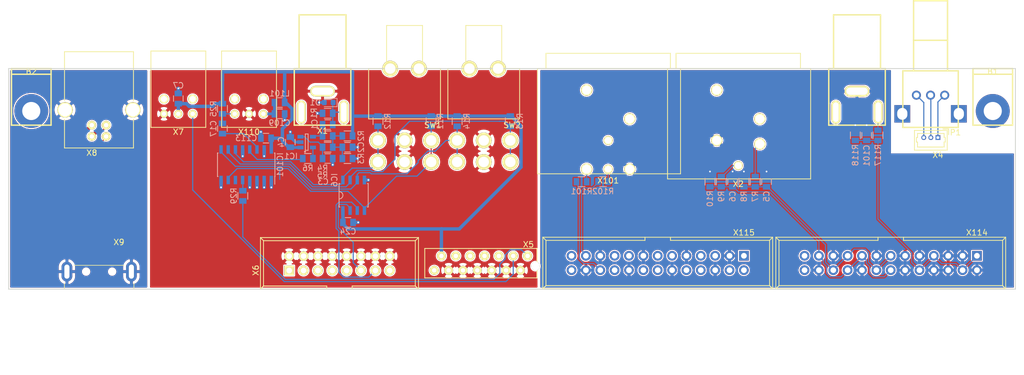
<source format=kicad_pcb>
(kicad_pcb (version 20171130) (host pcbnew "(5.1.0-0)")
  (layers (0 F.Cu signal) (31 B.Cu signal) (34 B.Paste user) (35 F.Paste user) (36 B.SilkS user) (37 F.SilkS user) (38 B.Mask user) (39 F.Mask user) (44 Edge.Cuts user))
  (net 0 "")
  (net 1 "Net-(R101-Pad2)")
  (net 2 "Net-(R102-Pad2)")
  (net 3 GND)
  (net 4 /AIN1+)
  (net 5 /AIN5+)
  (net 6 "Net-(C109-Pad1)")
  (net 7 +3V3)
  (net 8 "Net-(R117-Pad1)")
  (net 9 /AOUT1+)
  (net 10 /AOUT1-)
  (net 11 "Net-(C1-Pad1)")
  (net 12 "Net-(C1-Pad2)")
  (net 13 "Net-(C3-Pad1)")
  (net 14 "Net-(IC1-Pad5)")
  (net 15 "Net-(IC101-Pad5)")
  (net 16 "Net-(IC101-Pad13)")
  (net 17 "Net-(C2-Pad1)")
  (net 18 "Net-(C17-Pad2)")
  (net 19 "Net-(C17-Pad1)")
  (net 20 /SCL)
  (net 21 /SDA)
  (net 22 /SPDIF_RX)
  (net 23 /AIN1-)
  (net 24 /DIG_LEFT)
  (net 25 /DIG_RIGHT)
  (net 26 /DIGSEL:1)
  (net 27 /DIGSEL:0)
  (net 28 "Net-(P1-Pad3)")
  (net 29 "Net-(P1-Pad2)")
  (net 30 "Net-(P1-Pad1)")
  (net 31 "Net-(R7-Pad1)")
  (net 32 "Net-(R9-Pad1)")
  (net 33 /SPDIF_TX)
  (net 34 "Net-(X8-Pad5)")
  (net 35 "Net-(X8-Pad4)")
  (net 36 "Net-(X8-Pad1)")
  (net 37 /D+)
  (net 38 /D-)
  (module Connector_USB:USB_A_CNCTech_1001-011-01101_Horizontal (layer F.Cu) (at 22 -47.2 270)
    (fp_text reference X9 (at -12.1 -3.5) (layer F.SilkS))
    (fp_text value USB_A)
    (pad "" np_thru_hole circle (at -6.9 2.3 270) (size 1.1 1.1) (drill 1.1) (layers *.Cu *.Mask))
    (pad "" np_thru_hole circle (at -6.9 -2.3 270) (size 1.1 1.1) (drill 1.1) (layers *.Cu *.Mask))
    (pad 5 thru_hole oval (at -6.9 5.7 270) (size 3.5 1.9) (drill oval 2.5 0.9) (layers *.Cu *.Mask) (net 34 "Net-(X8-Pad5)"))
    (pad 5 thru_hole oval (at -6.9 -5.7 270) (size 3.5 1.9) (drill oval 2.5 0.9) (layers *.Cu *.Mask) (net 34 "Net-(X8-Pad5)"))
    (pad 4 smd rect (at -9.65 3.5 270) (size 2.5 1.1) (layers F.Cu F.Paste F.Mask) (net 35 "Net-(X8-Pad4)"))
    (pad 1 smd rect (at -9.65 -3.5 270) (size 2.5 1.1) (layers F.Cu F.Paste F.Mask) (net 36 "Net-(X8-Pad1)"))
    (pad 3 smd rect (at -9.65 1 270) (size 2.5 1.1) (layers F.Cu F.Paste F.Mask) (net 37 /D+))
    (pad 2 smd rect (at -9.65 -1 270) (size 2.5 1.1) (layers F.Cu F.Paste F.Mask) (net 38 /D-))
  )
  (module rklib:Montagewinkel (layer F.Cu) (at 10 -90)
    (fp_text reference B2 (at 0 0.5) (layer F.SilkS))
    (fp_text value Montagewinkel)
    (pad 1 thru_hole circle (at 0 7.5) (size 6 6) (drill 3.2) (layers *.Cu *.Mask))
  )
  (module rklib:NC3MAH (layer F.Cu) (at 112 -90)
    (fp_text reference X101 (at 0 19.8) (layer F.SilkS))
    (fp_text value XLR3)
    (pad 4 thru_hole circle (at 0 12.7) (size 1.6 1.6) (drill 1.2) (layers *.Cu *.Mask F.SilkS))
    (pad 5 thru_hole circle (at -3.81 3.81) (size 2 2) (drill 1.6) (layers *.Cu *.Mask F.SilkS))
    (pad 4 thru_hole circle (at 3.81 8.89) (size 2 2) (drill 1.6) (layers *.Cu *.Mask F.SilkS))
    (pad 3 thru_hole circle (at 0 17.78) (size 1.6 1.6) (drill 1.2) (layers *.Cu *.Mask F.SilkS) (net 2 "Net-(R102-Pad2)"))
    (pad 1 thru_hole circle (at 3.81 17.78) (size 2 2) (drill 1.6) (layers *.Cu *.Mask F.SilkS) (net 3 GND))
    (pad 2 thru_hole circle (at -3.81 17.78) (size 2 2) (drill 1.6) (layers *.Cu *.Mask F.SilkS) (net 1 "Net-(R101-Pad2)"))
  )
  (module rklib:USB_B (layer F.Cu) (at 20.7 -78 90)
    (fp_text reference X8 (at -2.9 0 180) (layer F.SilkS))
    (fp_text value CON_USB_B)
    (pad 5 thru_hole circle (at 4.699 -4.72948) (size 2.70002 2.70002) (drill 2.30124) (layers *.Cu *.Mask F.SilkS) (net 34 "Net-(X8-Pad5)"))
    (pad 5 thru_hole circle (at 4.699 7.26948) (size 2.70002 2.70002) (drill 2.30124) (layers *.Cu *.Mask F.SilkS) (net 34 "Net-(X8-Pad5)"))
    (pad 3 thru_hole circle (at 1.99898 2.54) (size 1.524 1.524) (drill 0.8128) (layers *.Cu *.Mask F.SilkS) (net 37 /D+))
    (pad 4 thru_hole circle (at 1.99898 0) (size 1.524 1.524) (drill 0.8128) (layers *.Cu *.Mask F.SilkS) (net 35 "Net-(X8-Pad4)"))
    (pad 1 thru_hole circle (at 0 0) (size 1.524 1.524) (drill 0.8128) (layers *.Cu *.Mask F.SilkS) (net 36 "Net-(X8-Pad1)"))
    (pad 2 thru_hole circle (at 0 2.54) (size 1.524 1.524) (drill 0.8128) (layers *.Cu *.Mask F.SilkS) (net 38 /D-))
  )
  (module rklib:PLT133_T10W (layer F.Cu) (at 36 -82)
    (fp_text reference X7 (at 0 3.2) (layer F.SilkS))
    (fp_text value PLT133_T10W)
    (pad 5 thru_hole circle (at -2.54 -2.62) (size 1.6 1.6) (drill 1.1) (layers *.Cu *.Mask F.SilkS))
    (pad 4 thru_hole circle (at 2.54 -2.62) (size 1.6 1.6) (drill 1.1) (layers *.Cu *.Mask F.SilkS))
    (pad 3 thru_hole circle (at -2.54 0) (size 1.4 1.4) (drill 0.8) (layers *.Cu *.Mask F.SilkS) (net 3 GND))
    (pad 2 thru_hole circle (at 0 0) (size 1.4 1.4) (drill 0.8) (layers *.Cu *.Mask F.SilkS) (net 7 +3V3))
    (pad 1 thru_hole circle (at 2.54 0) (size 1.4 1.4) (drill 0.8) (layers *.Cu *.Mask F.SilkS) (net 33 /SPDIF_TX))
  )
  (module rklib:Molex_PicoBlade_530470310 (layer F.Cu) (at 170.3 -77.8 180)
    (fp_text reference X4 (at 0 -3.1 180) (layer F.SilkS))
    (fp_text value Conn_01x03)
    (pad 3 thru_hole circle (at 2.5 0 180) (size 0.85 0.85) (drill 0.5) (layers *.Cu *.Mask) (net 28 "Net-(P1-Pad3)"))
    (pad 2 thru_hole circle (at 1.25 0 180) (size 0.85 0.85) (drill 0.5) (layers *.Cu *.Mask) (net 29 "Net-(P1-Pad2)"))
    (pad 1 thru_hole rect (at 0 0 180) (size 0.85 0.85) (drill 0.5) (layers *.Cu *.Mask) (net 30 "Net-(P1-Pad1)"))
  )
  (module rklib:PJRAN1X1U01AUX (layer F.Cu) (at 156 -90)
    (fp_text reference X3 (at 0 4.5) (layer F.SilkS))
    (fp_text value RCA)
    (pad 3 thru_hole oval (at -3.75 7.7 90) (size 4.1 1.6) (drill oval 3.5 1) (layers *.Cu *.Mask F.SilkS))
    (pad 1 thru_hole oval (at 3.75 7.7 90) (size 4.1 1.6) (drill oval 3.5 1) (layers *.Cu *.Mask F.SilkS) (net 8 "Net-(R117-Pad1)"))
    (pad 2 thru_hole oval (at 0 4) (size 4.4 1.9) (drill oval 3.8 1.3) (layers *.Cu *.Mask F.SilkS) (net 3 GND))
  )
  (module rklib:NC3FAH (layer F.Cu) (at 135 -90)
    (fp_text reference X2 (at 0 20.4) (layer F.SilkS))
    (fp_text value XLR3)
    (pad 5 thru_hole circle (at -3.81 3.81) (size 2 2) (drill 1.6) (layers *.Cu *.Mask F.SilkS))
    (pad 4 thru_hole circle (at 3.81 8.89) (size 2 2) (drill 1.6) (layers *.Cu *.Mask F.SilkS))
    (pad 3 thru_hole circle (at 0 17.15) (size 1.6 1.6) (drill 1.2) (layers *.Cu *.Mask F.SilkS) (net 32 "Net-(R9-Pad1)"))
    (pad 2 thru_hole circle (at 3.81 13.335) (size 2 2) (drill 1.6) (layers *.Cu *.Mask F.SilkS) (net 31 "Net-(R7-Pad1)"))
    (pad 1 thru_hole circle (at -3.81 12.7) (size 2 2) (drill 1.6) (layers *.Cu *.Mask F.SilkS) (net 3 GND))
  )
  (module rklib:GEMINI_A (layer F.Cu) (at 90 -90 180)
    (fp_text reference SW2 (at -5 -10 180) (layer F.SilkS))
    (fp_text value Switch_DPDT)
    (pad 8 thru_hole circle (at 2.54 0 180) (size 2.794 2.794) (drill 1.8542) (layers *.Cu *.Mask F.SilkS))
    (pad 7 thru_hole circle (at -2.54 0 180) (size 2.794 2.794) (drill 1.8542) (layers *.Cu *.Mask F.SilkS))
    (pad 6 thru_hole circle (at 4.699 -16.51 180) (size 2.794 2.794) (drill 1.8542) (layers *.Cu *.Mask F.SilkS) (net 27 /DIGSEL:0))
    (pad 5 thru_hole circle (at 0 -16.51 180) (size 2.794 2.794) (drill 1.8542) (layers *.Cu *.Mask F.SilkS) (net 3 GND))
    (pad 4 thru_hole circle (at -4.699 -16.51 180) (size 2.794 2.794) (drill 1.8542) (layers *.Cu *.Mask F.SilkS) (net 26 /DIGSEL:1))
    (pad 3 thru_hole circle (at 4.699 -12.7 180) (size 2.794 2.794) (drill 1.8542) (layers *.Cu *.Mask F.SilkS) (net 27 /DIGSEL:0))
    (pad 2 thru_hole circle (at 0 -12.7 180) (size 2.794 2.794) (drill 1.8542) (layers *.Cu *.Mask F.SilkS) (net 3 GND))
    (pad 1 thru_hole circle (at -4.699 -12.7 180) (size 2.794 2.794) (drill 1.8542) (layers *.Cu *.Mask F.SilkS) (net 26 /DIGSEL:1))
  )
  (module rklib:GEMINI_A (layer F.Cu) (at 76 -90 180)
    (fp_text reference SW1 (at -5 -10 180) (layer F.SilkS))
    (fp_text value Switch_DPDT)
    (pad 8 thru_hole circle (at 2.54 0 180) (size 2.794 2.794) (drill 1.8542) (layers *.Cu *.Mask F.SilkS))
    (pad 7 thru_hole circle (at -2.54 0 180) (size 2.794 2.794) (drill 1.8542) (layers *.Cu *.Mask F.SilkS))
    (pad 6 thru_hole circle (at 4.699 -16.51 180) (size 2.794 2.794) (drill 1.8542) (layers *.Cu *.Mask F.SilkS) (net 25 /DIG_RIGHT))
    (pad 5 thru_hole circle (at 0 -16.51 180) (size 2.794 2.794) (drill 1.8542) (layers *.Cu *.Mask F.SilkS) (net 3 GND))
    (pad 4 thru_hole circle (at -4.699 -16.51 180) (size 2.794 2.794) (drill 1.8542) (layers *.Cu *.Mask F.SilkS) (net 24 /DIG_LEFT))
    (pad 3 thru_hole circle (at 4.699 -12.7 180) (size 2.794 2.794) (drill 1.8542) (layers *.Cu *.Mask F.SilkS) (net 25 /DIG_RIGHT))
    (pad 2 thru_hole circle (at 0 -12.7 180) (size 2.794 2.794) (drill 1.8542) (layers *.Cu *.Mask F.SilkS) (net 3 GND))
    (pad 1 thru_hole circle (at -4.699 -12.7 180) (size 2.794 2.794) (drill 1.8542) (layers *.Cu *.Mask F.SilkS) (net 24 /DIG_LEFT))
  )
  (module rklib:C0805-RES (layer B.Cu) (at 85.3 -80.7 90)
    (fp_text reference R14 (at 0 1.7 90) (layer B.SilkS) (effects (justify mirror)))
    (fp_text value RES_47K0_1%_0.125W_Thick_0805)
    (pad 2 smd rect (at 0.9 0 90) (size 1 1.3) (layers B.Cu B.Paste B.Mask) (net 7 +3V3))
    (pad 1 smd rect (at -0.9 0 90) (size 1 1.3) (layers B.Cu B.Paste B.Mask) (net 27 /DIGSEL:0))
  )
  (module rklib:C0805-RES (layer B.Cu) (at 94.7 -80.7 90)
    (fp_text reference R13 (at 0 1.7 90) (layer B.SilkS) (effects (justify mirror)))
    (fp_text value RES_47K0_1%_0.125W_Thick_0805)
    (pad 2 smd rect (at 0.9 0 90) (size 1 1.3) (layers B.Cu B.Paste B.Mask) (net 7 +3V3))
    (pad 1 smd rect (at -0.9 0 90) (size 1 1.3) (layers B.Cu B.Paste B.Mask) (net 26 /DIGSEL:1))
  )
  (module rklib:C0805-RES (layer B.Cu) (at 71.3 -80.7 90)
    (fp_text reference R12 (at 0 1.7 90) (layer B.SilkS) (effects (justify mirror)))
    (fp_text value RES_47K0_1%_0.125W_Thick_0805)
    (pad 2 smd rect (at 0.9 0 90) (size 1 1.3) (layers B.Cu B.Paste B.Mask) (net 7 +3V3))
    (pad 1 smd rect (at -0.9 0 90) (size 1 1.3) (layers B.Cu B.Paste B.Mask) (net 25 /DIG_RIGHT))
  )
  (module rklib:C0805-RES (layer B.Cu) (at 80.7 -80.7 90)
    (fp_text reference R11 (at 0 1.6 90) (layer B.SilkS) (effects (justify mirror)))
    (fp_text value RES_47K0_1%_0.125W_Thick_0805)
    (pad 2 smd rect (at 0.9 0 90) (size 1 1.3) (layers B.Cu B.Paste B.Mask) (net 7 +3V3))
    (pad 1 smd rect (at -0.9 0 90) (size 1 1.3) (layers B.Cu B.Paste B.Mask) (net 24 /DIG_LEFT))
  )
  (module rklib:C0805-RES (layer B.Cu) (at 130 -70 270)
    (fp_text reference R10 (at 3 0 270) (layer B.SilkS) (effects (justify mirror)))
    (fp_text value RES_100K_1%_0.125W_Thick_0805)
    (pad 2 smd rect (at 0.9 0 270) (size 1 1.3) (layers B.Cu B.Paste B.Mask) (net 23 /AIN1-))
    (pad 1 smd rect (at -0.9 0 270) (size 1 1.3) (layers B.Cu B.Paste B.Mask) (net 3 GND))
  )
  (module rklib:C0805-RES (layer B.Cu) (at 132 -70 270)
    (fp_text reference R9 (at 2.6 0 270) (layer B.SilkS) (effects (justify mirror)))
    (fp_text value RES_100R_1%_0.25W_Thin_0805)
    (pad 2 smd rect (at 0.9 0 270) (size 1 1.3) (layers B.Cu B.Paste B.Mask) (net 23 /AIN1-))
    (pad 1 smd rect (at -0.9 0 270) (size 1 1.3) (layers B.Cu B.Paste B.Mask) (net 32 "Net-(R9-Pad1)"))
  )
  (module rklib:C0805-RES (layer B.Cu) (at 136 -70 270)
    (fp_text reference R8 (at 2.6 0 270) (layer B.SilkS) (effects (justify mirror)))
    (fp_text value RES_100K_1%_0.125W_Thick_0805)
    (pad 2 smd rect (at 0.9 0 270) (size 1 1.3) (layers B.Cu B.Paste B.Mask) (net 4 /AIN1+))
    (pad 1 smd rect (at -0.9 0 270) (size 1 1.3) (layers B.Cu B.Paste B.Mask) (net 3 GND))
  )
  (module rklib:C0805-RES (layer B.Cu) (at 138 -70 270)
    (fp_text reference R7 (at 2.6 0 270) (layer B.SilkS) (effects (justify mirror)))
    (fp_text value RES_100R_1%_0.25W_Thin_0805)
    (pad 2 smd rect (at 0.9 0 270) (size 1 1.3) (layers B.Cu B.Paste B.Mask) (net 4 /AIN1+))
    (pad 1 smd rect (at -0.9 0 270) (size 1 1.3) (layers B.Cu B.Paste B.Mask) (net 31 "Net-(R7-Pad1)"))
  )
  (module rklib:RK09K1110-20 (layer F.Cu) (at 169 -82 180)
    (fp_text reference P1 (at -4.4 -3.3 180) (layer F.SilkS))
    (fp_text value 10K0)
    (pad 4 thru_hole rect (at -5 0 180) (size 2.8 3.1) (drill oval 1.8 2.1) (layers *.Cu *.Mask))
    (pad 5 thru_hole rect (at 5 0 180) (size 2.8 3.1) (drill oval 1.8 2.1) (layers *.Cu *.Mask))
    (pad 3 thru_hole circle (at 2.5 3.3 180) (size 1.6 1.6) (drill 1) (layers *.Cu *.Mask) (net 28 "Net-(P1-Pad3)"))
    (pad 2 thru_hole circle (at 0 3.3 180) (size 1.6 1.6) (drill 1) (layers *.Cu *.Mask) (net 29 "Net-(P1-Pad2)"))
    (pad 1 thru_hole circle (at -2.5 3.3 180) (size 1.6 1.6) (drill 1) (layers *.Cu *.Mask) (net 30 "Net-(P1-Pad1)"))
  )
  (module rklib:C0805-X7R (layer B.Cu) (at 36 -84.7 270)
    (fp_text reference C7 (at -2.3 0) (layer B.SilkS) (effects (justify mirror)))
    (fp_text value CAP_100n_50V_X7R_0805)
    (pad 2 smd rect (at 0.9 0 270) (size 1 1.3) (layers B.Cu B.Paste B.Mask) (net 7 +3V3))
    (pad 1 smd rect (at -0.9 0 270) (size 1 1.3) (layers B.Cu B.Paste B.Mask) (net 3 GND))
  )
  (module rklib:C0805-X7R (layer B.Cu) (at 134 -70 90)
    (fp_text reference C6 (at -2.6 0 90) (layer B.SilkS) (effects (justify mirror)))
    (fp_text value CAP_100p_50V_C0G_NP0_0805)
    (pad 2 smd rect (at 0.9 0 90) (size 1 1.3) (layers B.Cu B.Paste B.Mask) (net 3 GND))
    (pad 1 smd rect (at -0.9 0 90) (size 1 1.3) (layers B.Cu B.Paste B.Mask) (net 23 /AIN1-))
  )
  (module rklib:C0805-X7R (layer B.Cu) (at 140 -70 90)
    (fp_text reference C5 (at -2.6 0 90) (layer B.SilkS) (effects (justify mirror)))
    (fp_text value CAP_100p_50V_C0G_NP0_0805)
    (pad 2 smd rect (at 0.9 0 90) (size 1 1.3) (layers B.Cu B.Paste B.Mask) (net 3 GND))
    (pad 1 smd rect (at -0.9 0 90) (size 1 1.3) (layers B.Cu B.Paste B.Mask) (net 4 /AIN1+))
  )
  (module rklib:IDC2x8_Pitch2.54mm (layer F.Cu) (at 55.6 -54.3)
    (fp_text reference X6 (at -5.9 -0.04 90) (layer F.SilkS))
    (fp_text value HDR_02x08)
    (pad 16 thru_hole circle (at 17.78 -2.54) (size 1.7272 1.7272) (drill 1.016) (layers *.Cu *.Mask F.SilkS) (net 3 GND))
    (pad 15 thru_hole circle (at 17.78 0) (size 1.7272 1.7272) (drill 1.016) (layers *.Cu *.Mask F.SilkS))
    (pad 14 thru_hole circle (at 15.24 -2.54) (size 1.7272 1.7272) (drill 1.016) (layers *.Cu *.Mask F.SilkS) (net 3 GND))
    (pad 13 thru_hole circle (at 15.24 0) (size 1.7272 1.7272) (drill 1.016) (layers *.Cu *.Mask F.SilkS) (net 20 /SCL))
    (pad 12 thru_hole circle (at 12.7 -2.54) (size 1.7272 1.7272) (drill 1.016) (layers *.Cu *.Mask F.SilkS) (net 3 GND))
    (pad 11 thru_hole circle (at 12.7 0) (size 1.7272 1.7272) (drill 1.016) (layers *.Cu *.Mask F.SilkS) (net 21 /SDA))
    (pad 10 thru_hole circle (at 10.16 -2.54) (size 1.7272 1.7272) (drill 1.016) (layers *.Cu *.Mask F.SilkS) (net 3 GND))
    (pad 9 thru_hole circle (at 10.16 0) (size 1.7272 1.7272) (drill 1.016) (layers *.Cu *.Mask F.SilkS))
    (pad 8 thru_hole circle (at 7.62 -2.54) (size 1.7272 1.7272) (drill 1.016) (layers *.Cu *.Mask F.SilkS) (net 3 GND))
    (pad 7 thru_hole circle (at 7.62 0) (size 1.7272 1.7272) (drill 1.016) (layers *.Cu *.Mask F.SilkS))
    (pad 6 thru_hole circle (at 5.08 -2.54) (size 1.7272 1.7272) (drill 1.016) (layers *.Cu *.Mask F.SilkS) (net 3 GND))
    (pad 5 thru_hole circle (at 5.08 0) (size 1.7272 1.7272) (drill 1.016) (layers *.Cu *.Mask F.SilkS))
    (pad 4 thru_hole circle (at 2.54 -2.54) (size 1.7272 1.7272) (drill 1.016) (layers *.Cu *.Mask F.SilkS) (net 3 GND))
    (pad 3 thru_hole circle (at 2.54 0) (size 1.7272 1.7272) (drill 1.016) (layers *.Cu *.Mask F.SilkS))
    (pad 2 thru_hole circle (at 0 -2.54) (size 1.7272 1.7272) (drill 1.016) (layers *.Cu *.Mask F.SilkS) (net 3 GND))
    (pad 1 thru_hole rect (at 0 0) (size 1.7272 1.7272) (drill 1.016) (layers *.Cu *.Mask F.SilkS))
  )
  (module rklib:C0805-RES (layer B.Cu) (at 107.3 -70)
    (fp_text reference R101 (at 0 1.7) (layer B.SilkS) (effects (justify mirror)))
    (fp_text value RES_68R0_1%_0.125W_Thin_0805)
    (pad 1 smd rect (at -0.9 0) (size 1 1.3) (layers B.Cu B.Paste B.Mask) (net 9 /AOUT1+))
    (pad 2 smd rect (at 0.9 0) (size 1 1.3) (layers B.Cu B.Paste B.Mask) (net 1 "Net-(R101-Pad2)"))
  )
  (module rklib:C0805-RES (layer B.Cu) (at 111.1 -70)
    (fp_text reference R102 (at 0 1.7) (layer B.SilkS) (effects (justify mirror)))
    (fp_text value RES_68R0_1%_0.125W_Thin_0805)
    (pad 2 smd rect (at 0.9 0) (size 1 1.3) (layers B.Cu B.Paste B.Mask) (net 2 "Net-(R102-Pad2)"))
    (pad 1 smd rect (at -0.9 0) (size 1 1.3) (layers B.Cu B.Paste B.Mask) (net 10 /AOUT1-))
  )
  (module rklib:C0805-X7R (layer B.Cu) (at 157.7 -78.2 90)
    (fp_text reference C101 (at -3.6 0 90) (layer B.SilkS) (effects (justify mirror)))
    (fp_text value CAP_100p_50V_C0G_NP0_0805)
    (pad 2 smd rect (at 0.9 0 90) (size 1 1.3) (layers B.Cu B.Paste B.Mask) (net 3 GND))
    (pad 1 smd rect (at -0.9 0 90) (size 1 1.3) (layers B.Cu B.Paste B.Mask) (net 5 /AIN5+))
  )
  (module rklib:C0805-X7R (layer B.Cu) (at 53.9 -82)
    (fp_text reference C109 (at 0 1.6) (layer B.SilkS) (effects (justify mirror)))
    (fp_text value CAP_100n_50V_X7R_0805)
    (pad 1 smd rect (at -0.9 0) (size 1 1.3) (layers B.Cu B.Paste B.Mask) (net 6 "Net-(C109-Pad1)"))
    (pad 2 smd rect (at 0.9 0) (size 1 1.3) (layers B.Cu B.Paste B.Mask) (net 3 GND))
  )
  (module rklib:C0805-X7R (layer B.Cu) (at 51.5 -77.7)
    (fp_text reference C113 (at -3.5 0) (layer B.SilkS) (effects (justify mirror)))
    (fp_text value CAP_100n_50V_X7R_0805)
    (pad 1 smd rect (at -0.9 0) (size 1 1.3) (layers B.Cu B.Paste B.Mask) (net 3 GND))
    (pad 2 smd rect (at 0.9 0) (size 1 1.3) (layers B.Cu B.Paste B.Mask) (net 7 +3V3))
  )
  (module rklib:C0805-X7R (layer B.Cu) (at 53.9 -84 180)
    (fp_text reference L101 (at 0 1.6 180) (layer B.SilkS) (effects (justify mirror)))
    (fp_text value 47u0)
    (pad 2 smd rect (at 0.9 0 180) (size 1 1.3) (layers B.Cu B.Paste B.Mask) (net 6 "Net-(C109-Pad1)"))
    (pad 1 smd rect (at -0.9 0 180) (size 1 1.3) (layers B.Cu B.Paste B.Mask) (net 7 +3V3))
  )
  (module rklib:C0805-RES (layer B.Cu) (at 159.7 -78.2 270)
    (fp_text reference R117 (at 3.5 0 270) (layer B.SilkS) (effects (justify mirror)))
    (fp_text value RES_100R_1%_0.25W_Thin_0805)
    (pad 1 smd rect (at -0.9 0 270) (size 1 1.3) (layers B.Cu B.Paste B.Mask) (net 8 "Net-(R117-Pad1)"))
    (pad 2 smd rect (at 0.9 0 270) (size 1 1.3) (layers B.Cu B.Paste B.Mask) (net 5 /AIN5+))
  )
  (module rklib:C0805-RES (layer B.Cu) (at 155.7 -78.2 270)
    (fp_text reference R118 (at 3.5 0 270) (layer B.SilkS) (effects (justify mirror)))
    (fp_text value RES_220K_1%_0.125W_Thick_0805)
    (pad 2 smd rect (at 0.9 0 270) (size 1 1.3) (layers B.Cu B.Paste B.Mask) (net 5 /AIN5+))
    (pad 1 smd rect (at -0.9 0 270) (size 1 1.3) (layers B.Cu B.Paste B.Mask) (net 3 GND))
  )
  (module rklib:PLR135_T10 (layer F.Cu) (at 48.5 -82)
    (fp_text reference X110 (at 0 3.2) (layer F.SilkS))
    (fp_text value PLR135_T10)
    (pad 5 thru_hole circle (at -2.54 -2.63) (size 1.6 1.6) (drill 1.1) (layers *.Cu *.Mask F.SilkS))
    (pad 4 thru_hole circle (at 2.54 -2.63) (size 1.6 1.6) (drill 1.1) (layers *.Cu *.Mask F.SilkS))
    (pad 3 thru_hole circle (at -2.54 0) (size 1.4 1.4) (drill 0.8) (layers *.Cu *.Mask F.SilkS) (net 19 "Net-(C17-Pad1)"))
    (pad 2 thru_hole circle (at 0 0) (size 1.4 1.4) (drill 0.8) (layers *.Cu *.Mask F.SilkS) (net 3 GND))
    (pad 1 thru_hole circle (at 2.54 0) (size 1.4 1.4) (drill 0.8) (layers *.Cu *.Mask F.SilkS) (net 6 "Net-(C109-Pad1)"))
  )
  (module rklib:IDC26 (layer F.Cu) (at 177.2 -56.9 180)
    (fp_text reference X114 (at 0 4.1 180) (layer F.SilkS))
    (fp_text value CON_IDC26)
    (pad 26 thru_hole oval (at 30.48 -2.54 180) (size 1.7272 1.7272) (drill 1.016) (layers *.Cu *.Mask))
    (pad 25 thru_hole oval (at 30.48 0 180) (size 1.7272 1.7272) (drill 1.016) (layers *.Cu *.Mask))
    (pad 24 thru_hole oval (at 27.94 -2.54 180) (size 1.7272 1.7272) (drill 1.016) (layers *.Cu *.Mask) (net 3 GND))
    (pad 23 thru_hole oval (at 27.94 0 180) (size 1.7272 1.7272) (drill 1.016) (layers *.Cu *.Mask) (net 23 /AIN1-))
    (pad 22 thru_hole oval (at 25.4 -2.54 180) (size 1.7272 1.7272) (drill 1.016) (layers *.Cu *.Mask) (net 4 /AIN1+))
    (pad 21 thru_hole oval (at 25.4 0 180) (size 1.7272 1.7272) (drill 1.016) (layers *.Cu *.Mask) (net 3 GND))
    (pad 20 thru_hole oval (at 22.86 -2.54 180) (size 1.7272 1.7272) (drill 1.016) (layers *.Cu *.Mask) (net 23 /AIN1-))
    (pad 19 thru_hole oval (at 22.86 0 180) (size 1.7272 1.7272) (drill 1.016) (layers *.Cu *.Mask) (net 4 /AIN1+))
    (pad 18 thru_hole oval (at 20.32 -2.54 180) (size 1.7272 1.7272) (drill 1.016) (layers *.Cu *.Mask) (net 3 GND))
    (pad 17 thru_hole oval (at 20.32 0 180) (size 1.7272 1.7272) (drill 1.016) (layers *.Cu *.Mask) (net 23 /AIN1-))
    (pad 16 thru_hole oval (at 17.78 -2.54 180) (size 1.7272 1.7272) (drill 1.016) (layers *.Cu *.Mask) (net 4 /AIN1+))
    (pad 15 thru_hole oval (at 17.78 0 180) (size 1.7272 1.7272) (drill 1.016) (layers *.Cu *.Mask) (net 3 GND))
    (pad 14 thru_hole oval (at 15.24 -2.54 180) (size 1.7272 1.7272) (drill 1.016) (layers *.Cu *.Mask) (net 23 /AIN1-))
    (pad 13 thru_hole oval (at 15.24 0 180) (size 1.7272 1.7272) (drill 1.016) (layers *.Cu *.Mask) (net 4 /AIN1+))
    (pad 12 thru_hole oval (at 12.7 -2.54 180) (size 1.7272 1.7272) (drill 1.016) (layers *.Cu *.Mask) (net 3 GND))
    (pad 11 thru_hole oval (at 12.7 0 180) (size 1.7272 1.7272) (drill 1.016) (layers *.Cu *.Mask) (net 3 GND))
    (pad 10 thru_hole oval (at 10.16 -2.54 180) (size 1.7272 1.7272) (drill 1.016) (layers *.Cu *.Mask) (net 5 /AIN5+))
    (pad 9 thru_hole oval (at 10.16 0 180) (size 1.7272 1.7272) (drill 1.016) (layers *.Cu *.Mask) (net 3 GND))
    (pad 8 thru_hole oval (at 7.62 -2.54 180) (size 1.7272 1.7272) (drill 1.016) (layers *.Cu *.Mask) (net 3 GND))
    (pad 7 thru_hole oval (at 7.62 0 180) (size 1.7272 1.7272) (drill 1.016) (layers *.Cu *.Mask) (net 5 /AIN5+))
    (pad 6 thru_hole oval (at 5.08 -2.54 180) (size 1.7272 1.7272) (drill 1.016) (layers *.Cu *.Mask) (net 3 GND))
    (pad 5 thru_hole oval (at 5.08 0 180) (size 1.7272 1.7272) (drill 1.016) (layers *.Cu *.Mask) (net 3 GND))
    (pad 4 thru_hole oval (at 2.54 -2.54 180) (size 1.7272 1.7272) (drill 1.016) (layers *.Cu *.Mask) (net 5 /AIN5+))
    (pad 3 thru_hole oval (at 2.54 0 180) (size 1.7272 1.7272) (drill 1.016) (layers *.Cu *.Mask) (net 3 GND))
    (pad 2 thru_hole oval (at 0 -2.54 180) (size 1.7272 1.7272) (drill 1.016) (layers *.Cu *.Mask) (net 3 GND))
    (pad 1 thru_hole rect (at 0 0 180) (size 1.7272 1.7272) (drill 1.016) (layers *.Cu *.Mask) (net 5 /AIN5+))
  )
  (module rklib:IDC26 (layer F.Cu) (at 136 -56.9 180)
    (fp_text reference X115 (at 0 4.1 180) (layer F.SilkS))
    (fp_text value CON_IDC26)
    (pad 1 thru_hole rect (at 0 0 180) (size 1.7272 1.7272) (drill 1.016) (layers *.Cu *.Mask))
    (pad 2 thru_hole oval (at 0 -2.54 180) (size 1.7272 1.7272) (drill 1.016) (layers *.Cu *.Mask))
    (pad 3 thru_hole oval (at 2.54 0 180) (size 1.7272 1.7272) (drill 1.016) (layers *.Cu *.Mask) (net 3 GND))
    (pad 4 thru_hole oval (at 2.54 -2.54 180) (size 1.7272 1.7272) (drill 1.016) (layers *.Cu *.Mask))
    (pad 5 thru_hole oval (at 5.08 0 180) (size 1.7272 1.7272) (drill 1.016) (layers *.Cu *.Mask))
    (pad 6 thru_hole oval (at 5.08 -2.54 180) (size 1.7272 1.7272) (drill 1.016) (layers *.Cu *.Mask) (net 3 GND))
    (pad 7 thru_hole oval (at 7.62 0 180) (size 1.7272 1.7272) (drill 1.016) (layers *.Cu *.Mask))
    (pad 8 thru_hole oval (at 7.62 -2.54 180) (size 1.7272 1.7272) (drill 1.016) (layers *.Cu *.Mask))
    (pad 9 thru_hole oval (at 10.16 0 180) (size 1.7272 1.7272) (drill 1.016) (layers *.Cu *.Mask) (net 3 GND))
    (pad 10 thru_hole oval (at 10.16 -2.54 180) (size 1.7272 1.7272) (drill 1.016) (layers *.Cu *.Mask))
    (pad 11 thru_hole oval (at 12.7 0 180) (size 1.7272 1.7272) (drill 1.016) (layers *.Cu *.Mask))
    (pad 12 thru_hole oval (at 12.7 -2.54 180) (size 1.7272 1.7272) (drill 1.016) (layers *.Cu *.Mask) (net 3 GND))
    (pad 13 thru_hole oval (at 15.24 0 180) (size 1.7272 1.7272) (drill 1.016) (layers *.Cu *.Mask))
    (pad 14 thru_hole oval (at 15.24 -2.54 180) (size 1.7272 1.7272) (drill 1.016) (layers *.Cu *.Mask))
    (pad 15 thru_hole oval (at 17.78 0 180) (size 1.7272 1.7272) (drill 1.016) (layers *.Cu *.Mask) (net 3 GND))
    (pad 16 thru_hole oval (at 17.78 -2.54 180) (size 1.7272 1.7272) (drill 1.016) (layers *.Cu *.Mask))
    (pad 17 thru_hole oval (at 20.32 0 180) (size 1.7272 1.7272) (drill 1.016) (layers *.Cu *.Mask))
    (pad 18 thru_hole oval (at 20.32 -2.54 180) (size 1.7272 1.7272) (drill 1.016) (layers *.Cu *.Mask) (net 3 GND))
    (pad 19 thru_hole oval (at 22.86 0 180) (size 1.7272 1.7272) (drill 1.016) (layers *.Cu *.Mask))
    (pad 20 thru_hole oval (at 22.86 -2.54 180) (size 1.7272 1.7272) (drill 1.016) (layers *.Cu *.Mask))
    (pad 21 thru_hole oval (at 25.4 0 180) (size 1.7272 1.7272) (drill 1.016) (layers *.Cu *.Mask) (net 3 GND))
    (pad 22 thru_hole oval (at 25.4 -2.54 180) (size 1.7272 1.7272) (drill 1.016) (layers *.Cu *.Mask) (net 9 /AOUT1+))
    (pad 23 thru_hole oval (at 27.94 0 180) (size 1.7272 1.7272) (drill 1.016) (layers *.Cu *.Mask) (net 10 /AOUT1-))
    (pad 24 thru_hole oval (at 27.94 -2.54 180) (size 1.7272 1.7272) (drill 1.016) (layers *.Cu *.Mask) (net 3 GND))
    (pad 25 thru_hole oval (at 30.48 0 180) (size 1.7272 1.7272) (drill 1.016) (layers *.Cu *.Mask))
    (pad 26 thru_hole oval (at 30.48 -2.54 180) (size 1.7272 1.7272) (drill 1.016) (layers *.Cu *.Mask))
  )
  (module rklib:C0805-X7R (layer B.Cu) (at 62.4 -80.1 180)
    (fp_text reference C1 (at 2.3 0 90) (layer B.SilkS) (effects (justify mirror)))
    (fp_text value CAP_100n_50V_X7R_0805)
    (pad 1 smd rect (at -0.9 0 180) (size 1 1.3) (layers B.Cu B.Paste B.Mask) (net 11 "Net-(C1-Pad1)"))
    (pad 2 smd rect (at 0.9 0 180) (size 1 1.3) (layers B.Cu B.Paste B.Mask) (net 12 "Net-(C1-Pad2)"))
  )
  (module rklib:C0805-X7R (layer B.Cu) (at 65.9 -76.1)
    (fp_text reference C2 (at 2.4 0 90) (layer B.SilkS) (effects (justify mirror)))
    (fp_text value CAP_100n_50V_X7R_0805)
    (pad 2 smd rect (at 0.9 0) (size 1 1.3) (layers B.Cu B.Paste B.Mask) (net 3 GND))
    (pad 1 smd rect (at -0.9 0) (size 1 1.3) (layers B.Cu B.Paste B.Mask) (net 17 "Net-(C2-Pad1)"))
  )
  (module rklib:C0805-X7R (layer B.Cu) (at 62.4 -74.1)
    (fp_text reference C3 (at -0.8 4.1) (layer B.SilkS) (effects (justify mirror)))
    (fp_text value CAP_100n_50V_X7R_0805)
    (pad 1 smd rect (at -0.9 0) (size 1 1.3) (layers B.Cu B.Paste B.Mask) (net 13 "Net-(C3-Pad1)"))
    (pad 2 smd rect (at 0.9 0) (size 1 1.3) (layers B.Cu B.Paste B.Mask) (net 3 GND))
  )
  (module rklib:C0805-X7R (layer B.Cu) (at 55.8 -77 90)
    (fp_text reference C4 (at 0 -1.6 90) (layer B.SilkS) (effects (justify mirror)))
    (fp_text value CAP_100n_50V_X7R_0805)
    (pad 2 smd rect (at 0.9 0 90) (size 1 1.3) (layers B.Cu B.Paste B.Mask) (net 3 GND))
    (pad 1 smd rect (at -0.9 0 90) (size 1 1.3) (layers B.Cu B.Paste B.Mask) (net 7 +3V3))
  )
  (module Diode_SMD:D_0603_1608Metric (layer B.Cu) (at 62.5875 -84 180)
    (fp_text reference D1 (at 2.3875 0) (layer B.SilkS) (effects (justify mirror)))
    (fp_text value PESD0603-240)
    (pad 1 smd roundrect (at -0.7875 0 180) (size 0.875 0.95) (layers B.Cu B.Paste B.Mask) (net 11 "Net-(C1-Pad1)"))
    (pad 2 smd roundrect (at 0.7875 0 180) (size 0.875 0.95) (layers B.Cu B.Paste B.Mask) (net 3 GND))
  )
  (module rklib:SOT23-5 (layer B.Cu) (at 58.7 -77)
    (fp_text reference IC1 (at -2.8 2.5) (layer B.SilkS) (effects (justify mirror)))
    (fp_text value FIN1002)
    (pad 1 smd rect (at -1.1 0.95) (size 1.06 0.65) (layers B.Cu B.Paste B.Mask) (net 7 +3V3))
    (pad 2 smd rect (at -1.1 0) (size 1.06 0.65) (layers B.Cu B.Paste B.Mask) (net 3 GND))
    (pad 3 smd rect (at -1.1 -0.95) (size 1.06 0.65) (layers B.Cu B.Paste B.Mask) (net 13 "Net-(C3-Pad1)"))
    (pad 4 smd rect (at 1.1 -0.95) (size 1.06 0.65) (layers B.Cu B.Paste B.Mask) (net 12 "Net-(C1-Pad2)"))
    (pad 5 smd rect (at 1.1 0.95) (size 1.06 0.65) (layers B.Cu B.Paste B.Mask) (net 14 "Net-(IC1-Pad5)"))
  )
  (module Package_SO:SOIC-16_3.9x9.9mm_P1.27mm (layer B.Cu) (at 48 -73 90)
    (fp_text reference IC101 (at 0 6 90) (layer B.SilkS) (effects (justify mirror)))
    (fp_text value 74HC251)
    (pad 1 smd rect (at -2.7 4.445 90) (size 1.5 0.6) (layers B.Cu B.Paste B.Mask) (net 3 GND))
    (pad 2 smd rect (at -2.7 3.175 90) (size 1.5 0.6) (layers B.Cu B.Paste B.Mask) (net 3 GND))
    (pad 3 smd rect (at -2.7 1.905 90) (size 1.5 0.6) (layers B.Cu B.Paste B.Mask) (net 3 GND))
    (pad 4 smd rect (at -2.7 0.635 90) (size 1.5 0.6) (layers B.Cu B.Paste B.Mask) (net 3 GND))
    (pad 5 smd rect (at -2.7 -0.635 90) (size 1.5 0.6) (layers B.Cu B.Paste B.Mask) (net 15 "Net-(IC101-Pad5)"))
    (pad 6 smd rect (at -2.7 -1.905 90) (size 1.5 0.6) (layers B.Cu B.Paste B.Mask))
    (pad 7 smd rect (at -2.7 -3.175 90) (size 1.5 0.6) (layers B.Cu B.Paste B.Mask) (net 24 /DIG_LEFT))
    (pad 8 smd rect (at -2.7 -4.445 90) (size 1.5 0.6) (layers B.Cu B.Paste B.Mask) (net 3 GND))
    (pad 9 smd rect (at 2.7 -4.445 90) (size 1.5 0.6) (layers B.Cu B.Paste B.Mask) (net 27 /DIGSEL:0))
    (pad 10 smd rect (at 2.7 -3.175 90) (size 1.5 0.6) (layers B.Cu B.Paste B.Mask) (net 26 /DIGSEL:1))
    (pad 11 smd rect (at 2.7 -1.905 90) (size 1.5 0.6) (layers B.Cu B.Paste B.Mask) (net 25 /DIG_RIGHT))
    (pad 12 smd rect (at 2.7 -0.635 90) (size 1.5 0.6) (layers B.Cu B.Paste B.Mask) (net 3 GND))
    (pad 13 smd rect (at 2.7 0.635 90) (size 1.5 0.6) (layers B.Cu B.Paste B.Mask) (net 16 "Net-(IC101-Pad13)"))
    (pad 14 smd rect (at 2.7 1.905 90) (size 1.5 0.6) (layers B.Cu B.Paste B.Mask) (net 18 "Net-(C17-Pad2)"))
    (pad 15 smd rect (at 2.7 3.175 90) (size 1.5 0.6) (layers B.Cu B.Paste B.Mask) (net 3 GND))
    (pad 16 smd rect (at 2.7 4.445 90) (size 1.5 0.6) (layers B.Cu B.Paste B.Mask) (net 7 +3V3))
  )
  (module rklib:C0805-RES (layer B.Cu) (at 62.4 -82.1)
    (fp_text reference R1 (at -2.4 0 90) (layer B.SilkS) (effects (justify mirror)))
    (fp_text value RES_91R0_1%_0.125W_Thick_0805)
    (pad 1 smd rect (at -0.9 0) (size 1 1.3) (layers B.Cu B.Paste B.Mask) (net 3 GND))
    (pad 2 smd rect (at 0.9 0) (size 1 1.3) (layers B.Cu B.Paste B.Mask) (net 11 "Net-(C1-Pad1)"))
  )
  (module rklib:C0805-RES (layer B.Cu) (at 65.9 -78.1 180)
    (fp_text reference R2 (at -2.4 0 270) (layer B.SilkS) (effects (justify mirror)))
    (fp_text value RES_820R_1%_0.125W_Thick_0805)
    (pad 1 smd rect (at -0.9 0 180) (size 1 1.3) (layers B.Cu B.Paste B.Mask) (net 7 +3V3))
    (pad 2 smd rect (at 0.9 0 180) (size 1 1.3) (layers B.Cu B.Paste B.Mask) (net 17 "Net-(C2-Pad1)"))
  )
  (module rklib:C0805-RES (layer B.Cu) (at 65.9 -74.1 180)
    (fp_text reference R3 (at -2.4 0 270) (layer B.SilkS) (effects (justify mirror)))
    (fp_text value RES_470R_1%_0.125W_Thick_0805)
    (pad 2 smd rect (at 0.9 0 180) (size 1 1.3) (layers B.Cu B.Paste B.Mask) (net 17 "Net-(C2-Pad1)"))
    (pad 1 smd rect (at -0.9 0 180) (size 1 1.3) (layers B.Cu B.Paste B.Mask) (net 3 GND))
  )
  (module rklib:C0805-RES (layer B.Cu) (at 62.4 -78.1 180)
    (fp_text reference R4 (at 0.9 -5.7 180) (layer B.SilkS) (effects (justify mirror)))
    (fp_text value RES_470R_1%_0.125W_Thick_0805)
    (pad 2 smd rect (at 0.9 0 180) (size 1 1.3) (layers B.Cu B.Paste B.Mask) (net 12 "Net-(C1-Pad2)"))
    (pad 1 smd rect (at -0.9 0 180) (size 1 1.3) (layers B.Cu B.Paste B.Mask) (net 17 "Net-(C2-Pad1)"))
  )
  (module rklib:C0805-RES (layer B.Cu) (at 62.4 -76.1 180)
    (fp_text reference R5 (at 0.9 -4.9 180) (layer B.SilkS) (effects (justify mirror)))
    (fp_text value RES_470R_1%_0.125W_Thick_0805)
    (pad 1 smd rect (at -0.9 0 180) (size 1 1.3) (layers B.Cu B.Paste B.Mask) (net 17 "Net-(C2-Pad1)"))
    (pad 2 smd rect (at 0.9 0 180) (size 1 1.3) (layers B.Cu B.Paste B.Mask) (net 13 "Net-(C3-Pad1)"))
  )
  (module rklib:C0805-RES (layer B.Cu) (at 58.9 -74.1 180)
    (fp_text reference R6 (at 0 -1.7 180) (layer B.SilkS) (effects (justify mirror)))
    (fp_text value RES_33R0_1%_0.125W_Thick_0805)
    (pad 2 smd rect (at 0.9 0 180) (size 1 1.3) (layers B.Cu B.Paste B.Mask) (net 16 "Net-(IC101-Pad13)"))
    (pad 1 smd rect (at -0.9 0 180) (size 1 1.3) (layers B.Cu B.Paste B.Mask) (net 14 "Net-(IC1-Pad5)"))
  )
  (module rklib:PJRAN1X1U01AUX (layer F.Cu) (at 61.5 -90)
    (fp_text reference X1 (at 0 11) (layer F.SilkS))
    (fp_text value RCA)
    (pad 2 thru_hole oval (at 0 4) (size 4.4 1.9) (drill oval 3.8 1.3) (layers *.Cu *.Mask F.SilkS) (net 3 GND))
    (pad 1 thru_hole oval (at 3.75 7.7 90) (size 4.1 1.6) (drill oval 3.5 1) (layers *.Cu *.Mask F.SilkS) (net 11 "Net-(C1-Pad1)"))
    (pad 3 thru_hole oval (at -3.75 7.7 90) (size 4.1 1.6) (drill oval 3.5 1) (layers *.Cu *.Mask F.SilkS))
  )
  (module rklib:C0805-X7R (layer B.Cu) (at 43.8 -79.4 270)
    (fp_text reference C17 (at 0 1.6 270) (layer B.SilkS) (effects (justify mirror)))
    (fp_text value CAP_10n0_50V_X7R_0805)
    (pad 2 smd rect (at 0.9 0 270) (size 1 1.3) (layers B.Cu B.Paste B.Mask) (net 18 "Net-(C17-Pad2)"))
    (pad 1 smd rect (at -0.9 0 270) (size 1 1.3) (layers B.Cu B.Paste B.Mask) (net 19 "Net-(C17-Pad1)"))
  )
  (module rklib:C0805-RES (layer B.Cu) (at 43.8 -82.9 90)
    (fp_text reference R25 (at 0 -1.6 90) (layer B.SilkS) (effects (justify mirror)))
    (fp_text value RES_10K0_1%_0.125W_Thick_0805)
    (pad 2 smd rect (at 0.9 0 90) (size 1 1.3) (layers B.Cu B.Paste B.Mask) (net 7 +3V3))
    (pad 1 smd rect (at -0.9 0 90) (size 1 1.3) (layers B.Cu B.Paste B.Mask) (net 19 "Net-(C17-Pad1)"))
  )
  (module rklib:C0805-X7R (layer B.Cu) (at 66 -62.8 180)
    (fp_text reference C24 (at 0 -1.6 180) (layer B.SilkS) (effects (justify mirror)))
    (fp_text value CAP_100n_50V_X7R_0805)
    (pad 1 smd rect (at -0.9 0 180) (size 1 1.3) (layers B.Cu B.Paste B.Mask) (net 3 GND))
    (pad 2 smd rect (at 0.9 0 180) (size 1 1.3) (layers B.Cu B.Paste B.Mask) (net 7 +3V3))
  )
  (module rklib:SOIC8_3.9x4.9mm_Pitch1.27mm (layer B.Cu) (at 67 -67.6 270)
    (fp_text reference IC6 (at -2.7 3.4 270) (layer B.SilkS) (effects (justify mirror)))
    (fp_text value PCA9536D)
    (pad 1 smd rect (at -2.7 1.905 270) (size 1.55 0.6) (layers B.Cu B.Paste B.Mask) (net 25 /DIG_RIGHT))
    (pad 2 smd rect (at -2.7 0.635 270) (size 1.55 0.6) (layers B.Cu B.Paste B.Mask) (net 26 /DIGSEL:1))
    (pad 3 smd rect (at -2.7 -0.635 270) (size 1.55 0.6) (layers B.Cu B.Paste B.Mask) (net 27 /DIGSEL:0))
    (pad 4 smd rect (at -2.7 -1.905 270) (size 1.55 0.6) (layers B.Cu B.Paste B.Mask) (net 3 GND))
    (pad 5 smd rect (at 2.7 -1.905 270) (size 1.55 0.6) (layers B.Cu B.Paste B.Mask) (net 24 /DIG_LEFT))
    (pad 6 smd rect (at 2.7 -0.635 270) (size 1.55 0.6) (layers B.Cu B.Paste B.Mask) (net 20 /SCL))
    (pad 7 smd rect (at 2.7 0.635 270) (size 1.55 0.6) (layers B.Cu B.Paste B.Mask) (net 21 /SDA))
    (pad 8 smd rect (at 2.7 1.905 270) (size 1.55 0.6) (layers B.Cu B.Paste B.Mask) (net 7 +3V3))
  )
  (module rklib:C0805-RES (layer B.Cu) (at 47.4 -67.5 270)
    (fp_text reference R29 (at 0 1.6 270) (layer B.SilkS) (effects (justify mirror)))
    (fp_text value RES_33R0_1%_0.125W_Thick_0805)
    (pad 1 smd rect (at -0.9 0 270) (size 1 1.3) (layers B.Cu B.Paste B.Mask) (net 15 "Net-(IC101-Pad5)"))
    (pad 2 smd rect (at 0.9 0 270) (size 1 1.3) (layers B.Cu B.Paste B.Mask) (net 22 /SPDIF_RX))
  )
  (module rklib:MM-14G (layer F.Cu) (at 89.5 -55.6)
    (fp_text reference X5 (at 8.4 -3.3) (layer F.SilkS))
    (fp_text value MicroMatch14)
    (pad 1 thru_hole circle (at 8.255 -1.27) (size 1.6 1.6) (drill 0.8) (layers *.Cu *.Mask F.SilkS) (net 22 /SPDIF_RX))
    (pad 2 thru_hole circle (at 6.985 1.27) (size 1.6 1.6) (drill 0.8) (layers *.Cu *.Mask F.SilkS) (net 3 GND))
    (pad 3 thru_hole circle (at 5.715 -1.27) (size 1.6 1.6) (drill 0.8) (layers *.Cu *.Mask F.SilkS) (net 33 /SPDIF_TX))
    (pad 4 thru_hole circle (at 4.445 1.27) (size 1.6 1.6) (drill 0.8) (layers *.Cu *.Mask F.SilkS) (net 3 GND))
    (pad 5 thru_hole circle (at 3.175 -1.27) (size 1.6 1.6) (drill 0.8) (layers *.Cu *.Mask F.SilkS))
    (pad 6 thru_hole circle (at 1.905 1.27) (size 1.6 1.6) (drill 0.8) (layers *.Cu *.Mask F.SilkS) (net 3 GND))
    (pad 7 thru_hole circle (at 0.635 -1.27) (size 1.6 1.6) (drill 0.8) (layers *.Cu *.Mask F.SilkS))
    (pad 8 thru_hole circle (at -0.635 1.27) (size 1.6 1.6) (drill 0.8) (layers *.Cu *.Mask F.SilkS) (net 3 GND))
    (pad 9 thru_hole circle (at -1.905 -1.27) (size 1.6 1.6) (drill 0.8) (layers *.Cu *.Mask F.SilkS))
    (pad 10 thru_hole circle (at -3.175 1.27) (size 1.6 1.6) (drill 0.8) (layers *.Cu *.Mask F.SilkS) (net 3 GND))
    (pad 11 thru_hole circle (at -4.445 -1.27) (size 1.6 1.6) (drill 0.8) (layers *.Cu *.Mask F.SilkS))
    (pad 12 thru_hole circle (at -5.715 1.27) (size 1.6 1.6) (drill 0.8) (layers *.Cu *.Mask F.SilkS) (net 3 GND))
    (pad 13 thru_hole circle (at -6.985 -1.27) (size 1.6 1.6) (drill 0.8) (layers *.Cu *.Mask F.SilkS) (net 7 +3V3))
    (pad 14 thru_hole circle (at -8.255 1.27) (size 1.6 1.6) (drill 0.8) (layers *.Cu *.Mask F.SilkS))
    (pad 15 thru_hole circle (at 9.655 0.53) (size 1.5 1.5) (drill 1.5) (layers *.Cu *.Mask F.SilkS))
  )
  (module rklib:Montagewinkel (layer F.Cu) (at 180 -90)
    (fp_text reference B1 (at 0 0.5) (layer F.SilkS))
    (fp_text value Montagewinkel)
    (pad 1 thru_hole circle (at 0 7.5) (size 6 6) (drill 3.2) (layers *.Cu *.Mask))
  )
  (gr_line (start 6 -51) (end 6 -90) (layer Edge.Cuts) (width 0.15))
  (gr_line (start 184 -51) (end 6 -51) (layer Edge.Cuts) (width 0.15))
  (gr_line (start 184 -90) (end 184 -51) (layer Edge.Cuts) (width 0.15))
  (gr_line (start 6 -90) (end 184 -90) (layer Edge.Cuts) (width 0.15))
  (segment (start 108.2 -72.21) (end 108.19 -72.22) (width 0.2) (layer B.Cu) (net 1))
  (segment (start 108.2 -70) (end 108.2 -72.21) (width 0.2) (layer B.Cu) (net 1))
  (segment (start 112 -70.85) (end 112 -72.22) (width 0.2) (layer B.Cu) (net 2))
  (segment (start 112 -70) (end 112 -70.85) (width 0.2) (layer B.Cu) (net 2))
  (via (at 60.6 -82.1) (size 0.6) (drill 0.3) (layers F.Cu B.Cu) (net 3))
  (via (at 60.9 -84) (size 0.6) (drill 0.3) (layers F.Cu B.Cu) (net 3))
  (segment (start 61.5 -82.1) (end 60.6 -82.1) (width 0.5) (layer B.Cu) (net 3))
  (segment (start 61.8 -84) (end 60.9 -84) (width 0.5) (layer B.Cu) (net 3))
  (via (at 67.7 -74.1) (size 0.6) (drill 0.3) (layers F.Cu B.Cu) (net 3))
  (segment (start 66.8 -74.1) (end 67.7 -74.1) (width 0.5) (layer B.Cu) (net 3))
  (via (at 67.7 -76.1) (size 0.6) (drill 0.3) (layers F.Cu B.Cu) (net 3))
  (segment (start 66.8 -76.1) (end 67.7 -76.1) (width 0.5) (layer B.Cu) (net 3))
  (via (at 63.3 -73) (size 0.6) (drill 0.3) (layers F.Cu B.Cu) (net 3))
  (segment (start 63.3 -74.1) (end 63.3 -73) (width 0.5) (layer B.Cu) (net 3))
  (via (at 55.8 -78.8) (size 0.6) (drill 0.3) (layers F.Cu B.Cu) (net 3))
  (segment (start 55.8 -77.9) (end 55.8 -78.8) (width 0.5) (layer B.Cu) (net 3))
  (segment (start 56.7 -77) (end 55.8 -77.9) (width 0.5) (layer B.Cu) (net 3))
  (segment (start 57.6 -77) (end 56.7 -77) (width 0.5) (layer B.Cu) (net 3))
  (via (at 155.7 -80) (size 0.6) (drill 0.3) (layers F.Cu B.Cu) (net 3))
  (segment (start 155.7 -79.1) (end 155.7 -80) (width 0.6) (layer B.Cu) (net 3))
  (via (at 157.7 -80) (size 0.6) (drill 0.3) (layers F.Cu B.Cu) (net 3))
  (segment (start 157.7 -79.1) (end 157.7 -80) (width 0.6) (layer B.Cu) (net 3))
  (via (at 136 -71.8) (size 0.6) (drill 0.3) (layers F.Cu B.Cu) (net 3))
  (segment (start 136 -70.9) (end 136 -71.8) (width 0.6) (layer B.Cu) (net 3))
  (via (at 130 -71.8) (size 0.6) (drill 0.3) (layers F.Cu B.Cu) (net 3))
  (segment (start 130 -70.9) (end 130 -71.8) (width 0.6) (layer B.Cu) (net 3))
  (via (at 54.8 -80.9) (size 0.6) (drill 0.3) (layers F.Cu B.Cu) (net 3))
  (segment (start 54.8 -82) (end 54.8 -80.9) (width 0.6) (layer B.Cu) (net 3))
  (via (at 36 -86.5) (size 0.6) (drill 0.3) (layers F.Cu B.Cu) (net 3))
  (segment (start 36 -85.6) (end 36 -86.5) (width 0.6) (layer B.Cu) (net 3))
  (via (at 50.6 -78.8) (size 0.6) (drill 0.3) (layers F.Cu B.Cu) (net 3))
  (segment (start 50.6 -77.7) (end 50.6 -78.8) (width 0.6) (layer B.Cu) (net 3))
  (via (at 51.175 -74.525) (size 0.6) (drill 0.3) (layers F.Cu B.Cu) (net 3))
  (segment (start 51.175 -74.525) (end 51.175 -75.7) (width 0.6) (layer B.Cu) (net 3))
  (via (at 47.375 -74.525) (size 0.6) (drill 0.3) (layers F.Cu B.Cu) (net 3))
  (segment (start 47.375 -74.525) (end 47.375 -75.7) (width 0.6) (layer B.Cu) (net 3))
  (via (at 52.445 -69) (size 0.6) (drill 0.3) (layers F.Cu B.Cu) (net 3))
  (segment (start 52.445 -70.3) (end 52.445 -69.155) (width 0.6) (layer B.Cu) (net 3))
  (via (at 51.175 -69) (size 0.6) (drill 0.3) (layers F.Cu B.Cu) (net 3))
  (via (at 49.905 -69) (size 0.6) (drill 0.3) (layers F.Cu B.Cu) (net 3))
  (segment (start 49.905 -69) (end 49.905 -70.3) (width 0.6) (layer B.Cu) (net 3))
  (segment (start 51.175 -69) (end 51.175 -70.3) (width 0.6) (layer B.Cu) (net 3))
  (via (at 48.635 -69) (size 0.6) (drill 0.3) (layers F.Cu B.Cu) (net 3))
  (segment (start 48.635 -69) (end 48.635 -70.3) (width 0.6) (layer B.Cu) (net 3))
  (via (at 43.555 -69) (size 0.6) (drill 0.3) (layers F.Cu B.Cu) (net 3))
  (segment (start 43.555 -69) (end 43.555 -70.3) (width 0.6) (layer B.Cu) (net 3))
  (via (at 140 -71.8) (size 0.6) (drill 0.3) (layers F.Cu B.Cu) (net 3))
  (segment (start 140 -70.9) (end 140 -71.8) (width 0.6) (layer B.Cu) (net 3))
  (via (at 134 -71.8) (size 0.6) (drill 0.3) (layers F.Cu B.Cu) (net 3))
  (segment (start 134 -70.9) (end 134 -71.8) (width 0.6) (layer B.Cu) (net 3))
  (via (at 69.6 -70.3) (size 0.6) (drill 0.3) (layers F.Cu B.Cu) (net 3))
  (segment (start 68.905 -70.3) (end 69.6 -70.3) (width 0.6) (layer B.Cu) (net 3))
  (via (at 67.8 -62.8) (size 0.6) (drill 0.3) (layers F.Cu B.Cu) (net 3))
  (segment (start 66.9 -62.8) (end 67.8 -62.8) (width 0.6) (layer B.Cu) (net 3))
  (segment (start 136 -69.1) (end 138.5 -69.1) (width 0.2) (layer B.Cu) (net 4))
  (segment (start 138.5 -69.1) (end 140 -69.1) (width 0.2) (layer B.Cu) (net 4))
  (segment (start 150.936401 -55.223599) (end 151.8 -54.36) (width 0.2) (layer B.Cu) (net 4))
  (segment (start 150.636399 -55.523601) (end 150.936401 -55.223599) (width 0.2) (layer B.Cu) (net 4))
  (segment (start 140.15 -69.1) (end 140 -69.1) (width 0.2) (layer B.Cu) (net 4))
  (segment (start 150.423601 -58.826399) (end 140.15 -69.1) (width 0.2) (layer B.Cu) (net 4))
  (segment (start 150.423601 -55.736399) (end 150.423601 -58.826399) (width 0.2) (layer B.Cu) (net 4))
  (segment (start 151.8 -54.36) (end 150.423601 -55.736399) (width 0.2) (layer B.Cu) (net 4))
  (segment (start 151.8 -54.36) (end 154.34 -56.9) (width 0.2) (layer B.Cu) (net 4))
  (segment (start 160.283599 -55.223599) (end 161.96 -56.9) (width 0.2) (layer B.Cu) (net 4))
  (segment (start 159.42 -54.36) (end 160.283599 -55.223599) (width 0.2) (layer B.Cu) (net 4))
  (segment (start 155.203599 -57.763599) (end 154.34 -56.9) (width 0.2) (layer B.Cu) (net 4))
  (segment (start 155.503601 -58.063601) (end 155.203599 -57.763599) (width 0.2) (layer B.Cu) (net 4))
  (segment (start 157.438529 -58.063601) (end 155.503601 -58.063601) (width 0.2) (layer B.Cu) (net 4))
  (segment (start 158.043601 -57.458529) (end 157.438529 -58.063601) (width 0.2) (layer B.Cu) (net 4))
  (segment (start 158.043601 -55.736399) (end 158.043601 -57.458529) (width 0.2) (layer B.Cu) (net 4))
  (segment (start 159.42 -54.36) (end 158.043601 -55.736399) (width 0.2) (layer B.Cu) (net 4))
  (segment (start 159.7 -77.3) (end 157.7 -77.3) (width 0.2) (layer B.Cu) (net 5))
  (segment (start 157.7 -77.3) (end 155.7 -77.3) (width 0.2) (layer B.Cu) (net 5))
  (segment (start 165.663601 -55.736399) (end 165.663601 -57.436399) (width 0.2) (layer B.Cu) (net 5))
  (segment (start 167.04 -54.36) (end 165.663601 -55.736399) (width 0.2) (layer B.Cu) (net 5))
  (segment (start 159.7 -63.4) (end 159.7 -77.3) (width 0.2) (layer B.Cu) (net 5))
  (segment (start 165.663601 -57.436399) (end 159.7 -63.4) (width 0.2) (layer B.Cu) (net 5))
  (segment (start 167.04 -54.36) (end 169.58 -56.9) (width 0.2) (layer B.Cu) (net 5))
  (segment (start 173.796401 -55.223599) (end 174.66 -54.36) (width 0.2) (layer B.Cu) (net 5))
  (segment (start 173.496399 -55.523601) (end 173.796401 -55.223599) (width 0.2) (layer B.Cu) (net 5))
  (segment (start 170.956399 -55.523601) (end 173.496399 -55.523601) (width 0.2) (layer B.Cu) (net 5))
  (segment (start 169.58 -56.9) (end 170.956399 -55.523601) (width 0.2) (layer B.Cu) (net 5))
  (segment (start 175.523599 -55.223599) (end 177.2 -56.9) (width 0.2) (layer B.Cu) (net 5))
  (segment (start 174.66 -54.36) (end 175.523599 -55.223599) (width 0.2) (layer B.Cu) (net 5))
  (segment (start 53 -84) (end 53 -82) (width 0.5) (layer B.Cu) (net 6))
  (segment (start 53 -82) (end 51.04 -82) (width 0.5) (layer B.Cu) (net 6))
  (segment (start 55.85 -76.05) (end 55.8 -76.1) (width 0.5) (layer B.Cu) (net 7))
  (segment (start 57.6 -76.05) (end 55.85 -76.05) (width 0.5) (layer B.Cu) (net 7))
  (segment (start 43.8 -83.8) (end 43.65 -83.8) (width 0.5) (layer B.Cu) (net 7))
  (segment (start 55.65 -76.1) (end 55.8 -76.1) (width 0.5) (layer B.Cu) (net 7))
  (segment (start 54.8 -83.85) (end 54.8 -84) (width 0.5) (layer B.Cu) (net 7))
  (segment (start 42.55 -83.8) (end 43.8 -83.8) (width 0.6) (layer B.Cu) (net 7))
  (segment (start 42.069999 -83.319999) (end 42.55 -83.8) (width 0.6) (layer B.Cu) (net 7))
  (segment (start 37.915999 -83.319999) (end 42.069999 -83.319999) (width 0.6) (layer B.Cu) (net 7))
  (segment (start 37.435998 -83.8) (end 37.915999 -83.319999) (width 0.6) (layer B.Cu) (net 7))
  (segment (start 36 -83.8) (end 37.435998 -83.8) (width 0.6) (layer B.Cu) (net 7))
  (segment (start 36 -82) (end 36 -83.8) (width 0.6) (layer B.Cu) (net 7))
  (segment (start 94.7 -81.6) (end 80.7 -81.6) (width 0.6) (layer B.Cu) (net 7))
  (segment (start 55 -84) (end 54.8 -84) (width 0.6) (layer B.Cu) (net 7))
  (segment (start 56.1 -82.9) (end 55 -84) (width 0.6) (layer B.Cu) (net 7))
  (segment (start 56.1 -81.068616) (end 56.1 -82.9) (width 0.6) (layer B.Cu) (net 7))
  (segment (start 54.4 -79.368616) (end 56.1 -81.068616) (width 0.6) (layer B.Cu) (net 7))
  (segment (start 52.4 -77.7) (end 54.3 -77.7) (width 0.6) (layer B.Cu) (net 7))
  (segment (start 54.4 -77.6) (end 54.4 -79.368616) (width 0.6) (layer B.Cu) (net 7))
  (segment (start 54.3 -77.7) (end 54.4 -77.6) (width 0.6) (layer B.Cu) (net 7))
  (segment (start 55.5 -76.1) (end 55.8 -76.1) (width 0.6) (layer B.Cu) (net 7))
  (segment (start 54.4 -77.2) (end 55.5 -76.1) (width 0.6) (layer B.Cu) (net 7))
  (segment (start 54.4 -77.6) (end 54.4 -77.2) (width 0.6) (layer B.Cu) (net 7))
  (segment (start 52.445 -77.655) (end 52.4 -77.7) (width 0.6) (layer B.Cu) (net 7))
  (segment (start 52.445 -75.7) (end 52.445 -77.655) (width 0.6) (layer B.Cu) (net 7))
  (segment (start 80.7 -81.6) (end 71.3 -81.6) (width 0.6) (layer B.Cu) (net 7))
  (segment (start 71.3 -81.6) (end 66.8 -81.6) (width 0.6) (layer B.Cu) (net 7))
  (segment (start 66.8 -81.6) (end 66.8 -78.1) (width 0.6) (layer B.Cu) (net 7))
  (segment (start 66.8 -81.6) (end 66.8 -89.42499) (width 0.6) (layer B.Cu) (net 7))
  (segment (start 66.8 -89.42499) (end 54.82499 -89.42499) (width 0.6) (layer B.Cu) (net 7))
  (segment (start 54.8 -89.4) (end 54.8 -84) (width 0.6) (layer B.Cu) (net 7))
  (segment (start 54.82499 -89.42499) (end 54.8 -89.4) (width 0.6) (layer B.Cu) (net 7))
  (segment (start 54.82499 -89.42499) (end 43.8 -89.42499) (width 0.6) (layer B.Cu) (net 7))
  (segment (start 43.8 -89.42499) (end 43.8 -87.9) (width 0.6) (layer B.Cu) (net 7))
  (segment (start 43.8 -87.9) (end 43.8 -83.8) (width 0.6) (layer B.Cu) (net 7))
  (segment (start 43.8 -89.32499) (end 43.8 -87.9) (width 0.6) (layer B.Cu) (net 7))
  (segment (start 65.1 -64.895) (end 65.095 -64.9) (width 0.6) (layer B.Cu) (net 7))
  (segment (start 65.1 -62.8) (end 65.1 -64.895) (width 0.6) (layer B.Cu) (net 7))
  (segment (start 94.85 -81.6) (end 94.7 -81.6) (width 0.6) (layer B.Cu) (net 7))
  (segment (start 96.596001 -79.853999) (end 94.85 -81.6) (width 0.6) (layer B.Cu) (net 7))
  (segment (start 96.596001 -72.579439) (end 96.596001 -79.853999) (width 0.6) (layer B.Cu) (net 7))
  (segment (start 85.666561 -61.649999) (end 96.596001 -72.579439) (width 0.6) (layer B.Cu) (net 7))
  (segment (start 65.1 -62.549998) (end 65.999999 -61.649999) (width 0.6) (layer B.Cu) (net 7))
  (segment (start 65.1 -62.8) (end 65.1 -62.549998) (width 0.6) (layer B.Cu) (net 7))
  (segment (start 82.515 -56.87) (end 82.515 -61.615) (width 0.6) (layer B.Cu) (net 7))
  (segment (start 82.515 -61.615) (end 82.549999 -61.649999) (width 0.6) (layer B.Cu) (net 7))
  (segment (start 82.549999 -61.649999) (end 85.666561 -61.649999) (width 0.6) (layer B.Cu) (net 7))
  (segment (start 65.999999 -61.649999) (end 82.549999 -61.649999) (width 0.6) (layer B.Cu) (net 7))
  (segment (start 159.7 -82.25) (end 159.75 -82.3) (width 0.2) (layer B.Cu) (net 8))
  (segment (start 159.7 -79.1) (end 159.7 -82.25) (width 0.2) (layer B.Cu) (net 8))
  (segment (start 106.6 -69.8) (end 106.4 -70) (width 0.2) (layer B.Cu) (net 9))
  (segment (start 106.659992 -68.740008) (end 106.659992 -70.259992) (width 0.2) (layer B.Cu) (net 9))
  (segment (start 106.896399 -68.503601) (end 106.659992 -68.740008) (width 0.2) (layer B.Cu) (net 9))
  (segment (start 107.714269 -55.523601) (end 106.896399 -56.341471) (width 0.2) (layer B.Cu) (net 9))
  (segment (start 109.436399 -55.523601) (end 107.714269 -55.523601) (width 0.2) (layer B.Cu) (net 9))
  (segment (start 110.6 -54.36) (end 109.436399 -55.523601) (width 0.2) (layer B.Cu) (net 9))
  (segment (start 106.896399 -56.341471) (end 106.896399 -68.503601) (width 0.2) (layer B.Cu) (net 9))
  (segment (start 109.25 -68.9) (end 110.2 -69.85) (width 0.2) (layer B.Cu) (net 10))
  (segment (start 107.7 -68.9) (end 109.25 -68.9) (width 0.2) (layer B.Cu) (net 10))
  (segment (start 110.2 -69.85) (end 110.2 -70) (width 0.2) (layer B.Cu) (net 10))
  (segment (start 108.06 -57.14) (end 107.296409 -57.903591) (width 0.2) (layer B.Cu) (net 10))
  (segment (start 108.06 -56.9) (end 108.06 -57.14) (width 0.2) (layer B.Cu) (net 10))
  (segment (start 107.296409 -68.496409) (end 107.7 -68.9) (width 0.2) (layer B.Cu) (net 10))
  (segment (start 107.296409 -57.903591) (end 107.296409 -68.496409) (width 0.2) (layer B.Cu) (net 10))
  (segment (start 63.5 -82.3) (end 63.3 -82.1) (width 0.2) (layer B.Cu) (net 11))
  (segment (start 65.25 -82.3) (end 63.5 -82.3) (width 0.2) (layer B.Cu) (net 11))
  (segment (start 63.3 -81.25) (end 63.3 -80.1) (width 0.2) (layer B.Cu) (net 11))
  (segment (start 63.3 -82.1) (end 63.3 -81.25) (width 0.2) (layer B.Cu) (net 11))
  (segment (start 63.3 -83.925) (end 63.375 -84) (width 0.2) (layer B.Cu) (net 11))
  (segment (start 63.3 -82.1) (end 63.3 -83.925) (width 0.2) (layer B.Cu) (net 11))
  (segment (start 61.5 -80.1) (end 61.5 -78.1) (width 0.2) (layer B.Cu) (net 12))
  (segment (start 59.95 -78.1) (end 59.8 -77.95) (width 0.2) (layer B.Cu) (net 12))
  (segment (start 61.5 -78.1) (end 59.95 -78.1) (width 0.2) (layer B.Cu) (net 12))
  (segment (start 61.5 -74.1) (end 61.5 -76.1) (width 0.2) (layer B.Cu) (net 13))
  (segment (start 61.5 -76.25) (end 60.75 -77) (width 0.2) (layer B.Cu) (net 13))
  (segment (start 61.5 -76.1) (end 61.5 -76.25) (width 0.2) (layer B.Cu) (net 13))
  (segment (start 58.33 -77.95) (end 57.6 -77.95) (width 0.2) (layer B.Cu) (net 13))
  (segment (start 59.28 -77) (end 58.33 -77.95) (width 0.2) (layer B.Cu) (net 13))
  (segment (start 60.75 -77) (end 59.28 -77) (width 0.2) (layer B.Cu) (net 13))
  (segment (start 59.8 -74.1) (end 59.8 -76.05) (width 0.2) (layer B.Cu) (net 14))
  (segment (start 47.4 -70.265) (end 47.365 -70.3) (width 0.2) (layer B.Cu) (net 15))
  (segment (start 47.4 -68.4) (end 47.4 -70.265) (width 0.2) (layer B.Cu) (net 15))
  (segment (start 48.635 -75.25) (end 48.635 -75.7) (width 0.2) (layer B.Cu) (net 16))
  (segment (start 49.960001 -73.924999) (end 48.635 -75.25) (width 0.2) (layer B.Cu) (net 16))
  (segment (start 57.6 -73.924999) (end 49.960001 -73.924999) (width 0.2) (layer B.Cu) (net 16))
  (segment (start 65 -78.1) (end 63.3 -78.1) (width 0.2) (layer B.Cu) (net 17))
  (segment (start 65 -76.1) (end 63.3 -76.1) (width 0.2) (layer B.Cu) (net 17))
  (segment (start 63.3 -76.95) (end 63.3 -78.1) (width 0.2) (layer B.Cu) (net 17))
  (segment (start 63.3 -76.1) (end 63.3 -76.95) (width 0.2) (layer B.Cu) (net 17))
  (segment (start 65 -74.1) (end 65 -76.1) (width 0.2) (layer B.Cu) (net 17))
  (segment (start 43.8 -78.5) (end 43.95 -78.5) (width 0.2) (layer B.Cu) (net 18))
  (segment (start 44.65 -78.5) (end 43.8 -78.5) (width 0.2) (layer B.Cu) (net 18))
  (segment (start 47.555 -78.5) (end 44.65 -78.5) (width 0.2) (layer B.Cu) (net 18))
  (segment (start 49.905 -76.15) (end 47.555 -78.5) (width 0.2) (layer B.Cu) (net 18))
  (segment (start 49.905 -75.7) (end 49.905 -76.15) (width 0.2) (layer B.Cu) (net 18))
  (segment (start 43.8 -80.3) (end 43.8 -82) (width 0.2) (layer B.Cu) (net 19))
  (segment (start 43.8 -82) (end 45.96 -82) (width 0.2) (layer B.Cu) (net 19))
  (segment (start 64.38931 -66.375011) (end 63.899989 -65.88569) (width 0.2) (layer B.Cu) (net 20))
  (segment (start 66.634989 -66.375011) (end 64.38931 -66.375011) (width 0.2) (layer B.Cu) (net 20))
  (segment (start 67.635 -65.375) (end 66.634989 -66.375011) (width 0.2) (layer B.Cu) (net 20))
  (segment (start 67.635 -64.9) (end 67.635 -65.375) (width 0.2) (layer B.Cu) (net 20))
  (segment (start 63.899989 -61.744311) (end 63.899989 -65.88569) (width 0.2) (layer B.Cu) (net 20))
  (segment (start 64.383601 -61.260699) (end 63.899989 -61.744311) (width 0.2) (layer B.Cu) (net 20))
  (segment (start 64.383601 -53.954269) (end 64.383601 -61.260699) (width 0.2) (layer B.Cu) (net 20))
  (segment (start 65.201471 -53.136399) (end 64.383601 -53.954269) (width 0.2) (layer B.Cu) (net 20))
  (segment (start 69.676399 -53.136399) (end 65.201471 -53.136399) (width 0.2) (layer B.Cu) (net 20))
  (segment (start 70.84 -54.3) (end 69.676399 -53.136399) (width 0.2) (layer B.Cu) (net 20))
  (segment (start 65.764999 -65.975001) (end 64.554999 -65.975001) (width 0.2) (layer B.Cu) (net 21))
  (segment (start 64.554999 -65.975001) (end 64.299999 -65.720001) (width 0.2) (layer B.Cu) (net 21))
  (segment (start 66.365 -65.375) (end 65.764999 -65.975001) (width 0.2) (layer B.Cu) (net 21))
  (segment (start 66.365 -64.9) (end 66.365 -65.375) (width 0.2) (layer B.Cu) (net 21))
  (segment (start 64.299999 -61.909999) (end 64.299999 -65.720001) (width 0.2) (layer B.Cu) (net 21))
  (segment (start 66.923601 -59.286397) (end 64.299999 -61.909999) (width 0.2) (layer B.Cu) (net 21))
  (segment (start 66.923601 -55.676399) (end 66.923601 -59.286397) (width 0.2) (layer B.Cu) (net 21))
  (segment (start 68.3 -54.3) (end 66.923601 -55.676399) (width 0.2) (layer B.Cu) (net 21))
  (segment (start 47.4 -65.9) (end 47.4 -66.6) (width 0.2) (layer B.Cu) (net 22))
  (segment (start 47.4 -60.232798) (end 47.4 -65.9) (width 0.2) (layer B.Cu) (net 22))
  (segment (start 54.896409 -52.736389) (end 47.4 -60.232798) (width 0.2) (layer B.Cu) (net 22))
  (segment (start 91.779389 -52.736389) (end 54.896409 -52.736389) (width 0.2) (layer B.Cu) (net 22))
  (segment (start 92.844999 -53.801999) (end 91.779389 -52.736389) (width 0.2) (layer B.Cu) (net 22))
  (segment (start 96.654999 -57.970001) (end 94.686999 -57.970001) (width 0.2) (layer B.Cu) (net 22))
  (segment (start 93.775001 -56.341999) (end 92.844999 -55.411997) (width 0.2) (layer B.Cu) (net 22))
  (segment (start 94.686999 -57.970001) (end 93.775001 -57.058003) (width 0.2) (layer B.Cu) (net 22))
  (segment (start 93.775001 -57.058003) (end 93.775001 -56.341999) (width 0.2) (layer B.Cu) (net 22))
  (segment (start 92.844999 -55.411997) (end 92.844999 -53.801999) (width 0.2) (layer B.Cu) (net 22))
  (segment (start 97.755 -56.87) (end 96.654999 -57.970001) (width 0.2) (layer B.Cu) (net 22))
  (segment (start 130 -69.1) (end 132 -69.1) (width 0.2) (layer B.Cu) (net 23))
  (segment (start 132 -69.1) (end 134 -69.1) (width 0.2) (layer B.Cu) (net 23))
  (segment (start 134.15 -69.1) (end 134 -69.1) (width 0.2) (layer B.Cu) (net 23))
  (segment (start 135.05 -68.2) (end 134.15 -69.1) (width 0.2) (layer B.Cu) (net 23))
  (segment (start 140.484302 -68.2) (end 135.05 -68.2) (width 0.2) (layer B.Cu) (net 23))
  (segment (start 149.26 -59.424302) (end 140.484302 -68.2) (width 0.2) (layer B.Cu) (net 23))
  (segment (start 149.26 -56.9) (end 149.26 -59.424302) (width 0.2) (layer B.Cu) (net 23))
  (segment (start 155.203599 -55.223599) (end 156.88 -56.9) (width 0.2) (layer B.Cu) (net 23))
  (segment (start 154.34 -54.36) (end 155.203599 -55.223599) (width 0.2) (layer B.Cu) (net 23))
  (segment (start 161.96 -54.36) (end 160.796399 -53.196399) (width 0.2) (layer B.Cu) (net 23))
  (segment (start 153.176399 -53.196399) (end 154.34 -54.36) (width 0.2) (layer B.Cu) (net 23))
  (segment (start 151.241471 -53.196399) (end 153.176399 -53.196399) (width 0.2) (layer B.Cu) (net 23))
  (segment (start 150.636399 -53.801471) (end 151.241471 -53.196399) (width 0.2) (layer B.Cu) (net 23))
  (segment (start 150.636399 -54.957903) (end 150.636399 -53.801471) (width 0.2) (layer B.Cu) (net 23))
  (segment (start 150.023591 -55.570711) (end 150.636399 -54.957903) (width 0.2) (layer B.Cu) (net 23))
  (segment (start 150.023591 -56.076409) (end 150.023591 -55.570711) (width 0.2) (layer B.Cu) (net 23))
  (segment (start 149.26 -56.84) (end 150.023591 -56.076409) (width 0.2) (layer B.Cu) (net 23))
  (segment (start 149.26 -56.9) (end 149.26 -56.84) (width 0.2) (layer B.Cu) (net 23))
  (segment (start 158.861471 -53.196399) (end 159.296399 -53.196399) (width 0.2) (layer B.Cu) (net 23))
  (segment (start 158.256399 -53.801471) (end 158.861471 -53.196399) (width 0.2) (layer B.Cu) (net 23))
  (segment (start 158.256399 -54.957903) (end 158.256399 -53.801471) (width 0.2) (layer B.Cu) (net 23))
  (segment (start 156.9 -56.9) (end 157.643591 -56.156409) (width 0.2) (layer B.Cu) (net 23))
  (segment (start 156.88 -56.9) (end 156.9 -56.9) (width 0.2) (layer B.Cu) (net 23))
  (segment (start 160.796399 -53.196399) (end 159.296399 -53.196399) (width 0.2) (layer B.Cu) (net 23))
  (segment (start 157.643591 -55.570711) (end 158.256399 -54.957903) (width 0.2) (layer B.Cu) (net 23))
  (segment (start 157.643591 -56.156409) (end 157.643591 -55.570711) (width 0.2) (layer B.Cu) (net 23))
  (segment (start 80.699 -79.799) (end 80.7 -79.8) (width 0.2) (layer B.Cu) (net 24))
  (segment (start 80.699 -77.3) (end 80.699 -79.799) (width 0.2) (layer B.Cu) (net 24))
  (segment (start 78.201979 -70.992979) (end 80.699 -73.49) (width 0.2) (layer B.Cu) (net 24))
  (segment (start 44.825 -70.75) (end 46.399959 -72.324959) (width 0.2) (layer B.Cu) (net 24))
  (segment (start 44.825 -70.3) (end 44.825 -70.75) (width 0.2) (layer B.Cu) (net 24))
  (segment (start 80.699 -73.49) (end 80.699 -77.3) (width 0.2) (layer F.Cu) (net 24))
  (segment (start 68.905 -64.9) (end 68.905 -65.375) (width 0.2) (layer B.Cu) (net 24))
  (segment (start 53.924959 -70.410043) (end 53.924959 -72.324959) (width 0.2) (layer B.Cu) (net 24))
  (segment (start 68.905 -64.9) (end 68.905 -65.305) (width 0.2) (layer B.Cu) (net 24))
  (segment (start 74.592979 -70.992979) (end 75.507021 -70.992979) (width 0.2) (layer B.Cu) (net 24))
  (segment (start 68.905 -65.305) (end 74.592979 -70.992979) (width 0.2) (layer B.Cu) (net 24))
  (segment (start 75.507021 -70.992979) (end 78.201979 -70.992979) (width 0.2) (layer B.Cu) (net 24))
  (segment (start 46.399959 -72.324959) (end 53.275041 -72.324959) (width 0.2) (layer B.Cu) (net 24))
  (segment (start 53.275041 -72.324959) (end 53.924959 -72.324959) (width 0.2) (layer B.Cu) (net 24))
  (segment (start 55.377947 -72.324959) (end 59.402906 -68.3) (width 0.2) (layer B.Cu) (net 24))
  (segment (start 59.402906 -68.3) (end 65.98 -68.3) (width 0.2) (layer B.Cu) (net 24))
  (segment (start 68.24 -66.04) (end 68.08 -66.2) (width 0.2) (layer B.Cu) (net 24))
  (segment (start 53.275041 -72.324959) (end 55.377947 -72.324959) (width 0.2) (layer B.Cu) (net 24))
  (segment (start 65.98 -68.3) (end 68.24 -66.04) (width 0.2) (layer B.Cu) (net 24))
  (segment (start 68.905 -65.375) (end 68.24 -66.04) (width 0.2) (layer B.Cu) (net 24))
  (segment (start 71.301 -73.49) (end 71.301 -77.3) (width 0.2) (layer B.Cu) (net 25))
  (segment (start 66.72002 -72.40002) (end 70.21102 -72.40002) (width 0.2) (layer B.Cu) (net 25))
  (segment (start 70.21102 -72.40002) (end 71.301 -73.49) (width 0.2) (layer B.Cu) (net 25))
  (segment (start 65.095 -70.775) (end 66.72002 -72.40002) (width 0.2) (layer B.Cu) (net 25))
  (segment (start 65.095 -70.3) (end 65.095 -70.775) (width 0.2) (layer B.Cu) (net 25))
  (segment (start 55.875011 -73.524989) (end 47.526469 -73.524989) (width 0.2) (layer B.Cu) (net 25))
  (segment (start 59.9 -69.5) (end 55.875011 -73.524989) (width 0.2) (layer B.Cu) (net 25))
  (segment (start 46.095 -74.956458) (end 46.095 -75.7) (width 0.2) (layer B.Cu) (net 25))
  (segment (start 64.7 -69.5) (end 59.9 -69.5) (width 0.2) (layer B.Cu) (net 25))
  (segment (start 65.095 -69.895) (end 64.7 -69.5) (width 0.2) (layer B.Cu) (net 25))
  (segment (start 47.526469 -73.524989) (end 46.095 -74.956458) (width 0.2) (layer B.Cu) (net 25))
  (segment (start 65.095 -70.3) (end 65.095 -69.895) (width 0.2) (layer B.Cu) (net 25))
  (segment (start 71.301 -79.799) (end 71.3 -79.8) (width 0.2) (layer B.Cu) (net 25))
  (segment (start 71.301 -77.3) (end 71.301 -79.799) (width 0.2) (layer B.Cu) (net 25))
  (segment (start 94.699 -73.49) (end 94.699 -77.3) (width 0.2) (layer B.Cu) (net 26))
  (segment (start 94.699 -79.799) (end 94.7 -79.8) (width 0.2) (layer B.Cu) (net 26))
  (segment (start 94.699 -77.3) (end 94.699 -79.799) (width 0.2) (layer B.Cu) (net 26))
  (segment (start 94.55 -79.8) (end 94.7 -79.8) (width 0.2) (layer B.Cu) (net 26))
  (segment (start 92.8 -80.7) (end 93.65 -80.7) (width 0.2) (layer B.Cu) (net 26))
  (segment (start 93.65 -80.7) (end 93.875 -80.475) (width 0.2) (layer B.Cu) (net 26))
  (segment (start 93.7 -80.65) (end 93.875 -80.475) (width 0.2) (layer B.Cu) (net 26))
  (segment (start 93.875 -80.475) (end 94.55 -79.8) (width 0.2) (layer B.Cu) (net 26))
  (segment (start 92.8 -80.7) (end 92.95 -80.7) (width 0.2) (layer B.Cu) (net 26))
  (segment (start 67.59001 -72.00001) (end 66.365 -70.775) (width 0.2) (layer B.Cu) (net 26))
  (segment (start 70.2727 -71.792999) (end 70.065689 -72.00001) (width 0.2) (layer B.Cu) (net 26))
  (segment (start 72.115561 -71.792999) (end 70.2727 -71.792999) (width 0.2) (layer B.Cu) (net 26))
  (segment (start 74.302999 -73.980437) (end 72.115561 -71.792999) (width 0.2) (layer B.Cu) (net 26))
  (segment (start 74.302999 -78.114561) (end 74.302999 -73.980437) (width 0.2) (layer B.Cu) (net 26))
  (segment (start 76.888438 -80.7) (end 74.302999 -78.114561) (width 0.2) (layer B.Cu) (net 26))
  (segment (start 66.365 -70.775) (end 66.365 -70.3) (width 0.2) (layer B.Cu) (net 26))
  (segment (start 70.065689 -72.00001) (end 67.59001 -72.00001) (width 0.2) (layer B.Cu) (net 26))
  (segment (start 92.8 -80.7) (end 76.888438 -80.7) (width 0.2) (layer B.Cu) (net 26))
  (segment (start 46.950021 -73.124979) (end 44.825 -75.25) (width 0.2) (layer B.Cu) (net 26))
  (segment (start 55.709323 -73.124979) (end 46.950021 -73.124979) (width 0.2) (layer B.Cu) (net 26))
  (segment (start 65.64 -69.1) (end 59.734302 -69.1) (width 0.2) (layer B.Cu) (net 26))
  (segment (start 66.365 -69.825) (end 65.64 -69.1) (width 0.2) (layer B.Cu) (net 26))
  (segment (start 44.825 -75.25) (end 44.825 -75.7) (width 0.2) (layer B.Cu) (net 26))
  (segment (start 59.734302 -69.1) (end 55.709323 -73.124979) (width 0.2) (layer B.Cu) (net 26))
  (segment (start 66.365 -70.3) (end 66.365 -69.825) (width 0.2) (layer B.Cu) (net 26))
  (segment (start 46.080031 -72.724969) (end 43.555 -75.25) (width 0.2) (layer B.Cu) (net 27))
  (segment (start 55.543635 -72.724969) (end 46.080031 -72.724969) (width 0.2) (layer B.Cu) (net 27))
  (segment (start 43.555 -75.25) (end 43.555 -75.7) (width 0.2) (layer B.Cu) (net 27))
  (segment (start 85.301 -75.324344) (end 85.301 -73.49) (width 0.2) (layer B.Cu) (net 27))
  (segment (start 85.301 -77.3) (end 85.301 -75.324344) (width 0.2) (layer B.Cu) (net 27))
  (segment (start 67.96 -71.6) (end 67.635 -71.275) (width 0.2) (layer B.Cu) (net 27))
  (segment (start 70.107011 -71.392989) (end 69.9 -71.6) (width 0.2) (layer B.Cu) (net 27))
  (segment (start 78.398719 -73.377157) (end 76.414551 -71.392989) (width 0.2) (layer B.Cu) (net 27))
  (segment (start 80.097438 -75.4) (end 78.398719 -73.701281) (width 0.2) (layer B.Cu) (net 27))
  (segment (start 69.9 -71.6) (end 67.96 -71.6) (width 0.2) (layer B.Cu) (net 27))
  (segment (start 81.425344 -75.4) (end 80.097438 -75.4) (width 0.2) (layer B.Cu) (net 27))
  (segment (start 67.635 -71.275) (end 67.635 -70.3) (width 0.2) (layer B.Cu) (net 27))
  (segment (start 83.325344 -77.3) (end 81.425344 -75.4) (width 0.2) (layer B.Cu) (net 27))
  (segment (start 78.398719 -73.701281) (end 78.398719 -73.377157) (width 0.2) (layer B.Cu) (net 27))
  (segment (start 76.414551 -71.392989) (end 70.107011 -71.392989) (width 0.2) (layer B.Cu) (net 27))
  (segment (start 85.301 -77.3) (end 83.325344 -77.3) (width 0.2) (layer B.Cu) (net 27))
  (segment (start 67.635 -69.825) (end 66.51 -68.7) (width 0.2) (layer B.Cu) (net 27))
  (segment (start 67.635 -70.3) (end 67.635 -69.825) (width 0.2) (layer B.Cu) (net 27))
  (segment (start 59.568604 -68.7) (end 56.584302 -71.684302) (width 0.2) (layer B.Cu) (net 27))
  (segment (start 66.51 -68.7) (end 59.568604 -68.7) (width 0.2) (layer B.Cu) (net 27))
  (segment (start 56.584302 -71.684302) (end 55.543635 -72.724969) (width 0.2) (layer B.Cu) (net 27))
  (segment (start 56.668622 -71.59998) (end 56.584302 -71.684302) (width 0.2) (layer B.Cu) (net 27))
  (segment (start 85.301 -79.275656) (end 85.3 -79.276656) (width 0.2) (layer B.Cu) (net 27))
  (segment (start 85.3 -79.276656) (end 85.3 -79.8) (width 0.2) (layer B.Cu) (net 27))
  (segment (start 85.301 -77.3) (end 85.301 -79.275656) (width 0.2) (layer B.Cu) (net 27))
  (segment (start 167.8 -84) (end 166.5 -85.3) (width 0.2) (layer B.Cu) (net 28))
  (segment (start 167.8 -77.8) (end 167.8 -84) (width 0.2) (layer B.Cu) (net 28))
  (segment (start 169.05 -85.25) (end 169 -85.3) (width 0.2) (layer B.Cu) (net 29))
  (segment (start 169.05 -77.8) (end 169.05 -85.25) (width 0.2) (layer B.Cu) (net 29))
  (segment (start 170.3 -84.1) (end 171.5 -85.3) (width 0.2) (layer B.Cu) (net 30))
  (segment (start 170.3 -77.8) (end 170.3 -84.1) (width 0.2) (layer B.Cu) (net 30))
  (segment (start 138 -75.855) (end 138.81 -76.665) (width 0.2) (layer B.Cu) (net 31))
  (segment (start 138 -70.9) (end 138 -75.855) (width 0.2) (layer B.Cu) (net 31))
  (segment (start 134.1 -72.85) (end 135 -72.85) (width 0.2) (layer B.Cu) (net 32))
  (segment (start 132.15 -70.9) (end 134.1 -72.85) (width 0.2) (layer B.Cu) (net 32))
  (segment (start 132 -70.9) (end 132.15 -70.9) (width 0.2) (layer B.Cu) (net 32))
  (segment (start 38.54 -81.010051) (end 38.54 -82) (width 0.2) (layer B.Cu) (net 33))
  (segment (start 38.54 -68.527099) (end 38.54 -81.010051) (width 0.2) (layer B.Cu) (net 33))
  (segment (start 93.919379 -52.336379) (end 54.73072 -52.336379) (width 0.2) (layer B.Cu) (net 33))
  (segment (start 95.215 -53.632) (end 93.919379 -52.336379) (width 0.2) (layer B.Cu) (net 33))
  (segment (start 54.73072 -52.336379) (end 38.54 -68.527099) (width 0.2) (layer B.Cu) (net 33))
  (segment (start 95.215 -56.87) (end 95.215 -53.632) (width 0.2) (layer B.Cu) (net 33))
  (segment (start 18.5 -77.79898) (end 20.7 -79.99898) (width 0.6) (layer F.Cu) (net 35))
  (segment (start 18.5 -56.85) (end 18.5 -77.79898) (width 0.6) (layer F.Cu) (net 35))
  (segment (start 23.845761 -81.260981) (end 22.634239 -81.260981) (width 0.6) (layer F.Cu) (net 36))
  (segment (start 25.5 -79.606742) (end 23.845761 -81.260981) (width 0.6) (layer F.Cu) (net 36))
  (segment (start 22.634239 -81.260981) (end 21.977999 -80.604741) (width 0.6) (layer F.Cu) (net 36))
  (segment (start 25.5 -56.85) (end 25.5 -79.606742) (width 0.6) (layer F.Cu) (net 36))
  (segment (start 21.977999 -80.604741) (end 21.977999 -80.477999) (width 0.6) (layer F.Cu) (net 36))
  (segment (start 21.977999 -79.277999) (end 20.7 -78) (width 0.6) (layer F.Cu) (net 36))
  (segment (start 21.977999 -80.604741) (end 21.977999 -79.277999) (width 0.6) (layer F.Cu) (net 36))
  (segment (start 22.9 -79.65898) (end 23.24 -79.99898) (width 0.2) (layer F.Cu) (net 37))
  (segment (start 22.177999 -78.629457) (end 23.24 -79.691458) (width 0.2) (layer F.Cu) (net 37))
  (segment (start 21 -58.3) (end 22.177999 -59.477999) (width 0.2) (layer F.Cu) (net 37))
  (segment (start 23.24 -79.691458) (end 23.24 -79.99898) (width 0.2) (layer F.Cu) (net 37))
  (segment (start 21 -56.85) (end 21 -58.3) (width 0.2) (layer F.Cu) (net 37))
  (segment (start 22.177999 -59.477999) (end 22.177999 -78.629457) (width 0.2) (layer F.Cu) (net 37))
  (segment (start 22.578009 -59.621991) (end 23 -59.2) (width 0.2) (layer F.Cu) (net 38))
  (segment (start 22.578009 -73.478009) (end 22.578009 -59.621991) (width 0.2) (layer F.Cu) (net 38))
  (segment (start 22.585531 -73.544765) (end 22.578009 -73.478009) (width 0.2) (layer F.Cu) (net 38))
  (segment (start 22.607719 -73.608174) (end 22.585531 -73.544765) (width 0.2) (layer F.Cu) (net 38))
  (segment (start 22.690963 -73.712558) (end 22.64346 -73.665055) (width 0.2) (layer F.Cu) (net 38))
  (segment (start 22.747844 -73.748299) (end 22.690963 -73.712558) (width 0.2) (layer F.Cu) (net 38))
  (segment (start 22.811253 -73.770487) (end 22.747844 -73.748299) (width 0.2) (layer F.Cu) (net 38))
  (segment (start 22.64346 -73.665055) (end 22.607719 -73.608174) (width 0.2) (layer F.Cu) (net 38))
  (segment (start 23.156972 -73.778009) (end 22.878009 -73.778009) (width 0.2) (layer F.Cu) (net 38))
  (segment (start 23.223729 -73.78553) (end 23.156972 -73.778009) (width 0.2) (layer F.Cu) (net 38))
  (segment (start 23.344019 -73.843459) (end 23.287138 -73.807718) (width 0.2) (layer F.Cu) (net 38))
  (segment (start 23.456972 -74.078009) (end 23.449451 -74.011252) (width 0.2) (layer F.Cu) (net 38))
  (segment (start 23.449451 -74.144765) (end 23.456972 -74.078009) (width 0.2) (layer F.Cu) (net 38))
  (segment (start 23.391522 -74.265055) (end 23.427263 -74.208174) (width 0.2) (layer F.Cu) (net 38))
  (segment (start 22.747844 -75.607718) (end 22.811253 -75.58553) (width 0.2) (layer F.Cu) (net 38))
  (segment (start 22.747844 -74.407718) (end 22.811253 -74.38553) (width 0.2) (layer F.Cu) (net 38))
  (segment (start 23.344019 -74.312558) (end 23.391522 -74.265055) (width 0.2) (layer F.Cu) (net 38))
  (segment (start 23.287138 -74.348299) (end 23.344019 -74.312558) (width 0.2) (layer F.Cu) (net 38))
  (segment (start 23.156972 -74.378009) (end 23.223729 -74.370487) (width 0.2) (layer F.Cu) (net 38))
  (segment (start 22.878009 -74.378009) (end 23.156972 -74.378009) (width 0.2) (layer F.Cu) (net 38))
  (segment (start 23.449451 -74.011252) (end 23.427263 -73.947843) (width 0.2) (layer F.Cu) (net 38))
  (segment (start 22.585531 -75.811252) (end 22.607719 -75.747843) (width 0.2) (layer F.Cu) (net 38))
  (segment (start 22.811253 -74.38553) (end 22.878009 -74.378009) (width 0.2) (layer F.Cu) (net 38))
  (segment (start 23.223729 -74.370487) (end 23.287138 -74.348299) (width 0.2) (layer F.Cu) (net 38))
  (segment (start 23.344019 -75.043459) (end 23.287138 -75.007718) (width 0.2) (layer F.Cu) (net 38))
  (segment (start 22.690963 -74.443459) (end 22.747844 -74.407718) (width 0.2) (layer F.Cu) (net 38))
  (segment (start 22.607719 -74.547843) (end 22.64346 -74.490962) (width 0.2) (layer F.Cu) (net 38))
  (segment (start 22.585531 -74.611252) (end 22.607719 -74.547843) (width 0.2) (layer F.Cu) (net 38))
  (segment (start 22.878009 -73.778009) (end 22.811253 -73.770487) (width 0.2) (layer F.Cu) (net 38))
  (segment (start 22.585531 -74.744765) (end 22.578009 -74.678009) (width 0.2) (layer F.Cu) (net 38))
  (segment (start 23.427263 -74.208174) (end 23.449451 -74.144765) (width 0.2) (layer F.Cu) (net 38))
  (segment (start 23.391522 -73.890962) (end 23.344019 -73.843459) (width 0.2) (layer F.Cu) (net 38))
  (segment (start 22.690963 -74.912558) (end 22.64346 -74.865055) (width 0.2) (layer F.Cu) (net 38))
  (segment (start 22.64346 -74.490962) (end 22.690963 -74.443459) (width 0.2) (layer F.Cu) (net 38))
  (segment (start 22.690963 -75.643459) (end 22.747844 -75.607718) (width 0.2) (layer F.Cu) (net 38))
  (segment (start 22.747844 -74.948299) (end 22.690963 -74.912558) (width 0.2) (layer F.Cu) (net 38))
  (segment (start 22.811253 -74.970487) (end 22.747844 -74.948299) (width 0.2) (layer F.Cu) (net 38))
  (segment (start 22.878009 -74.978009) (end 22.811253 -74.970487) (width 0.2) (layer F.Cu) (net 38))
  (segment (start 23.427263 -73.947843) (end 23.391522 -73.890962) (width 0.2) (layer F.Cu) (net 38))
  (segment (start 22.607719 -74.808174) (end 22.585531 -74.744765) (width 0.2) (layer F.Cu) (net 38))
  (segment (start 23.287138 -75.007718) (end 23.223729 -74.98553) (width 0.2) (layer F.Cu) (net 38))
  (segment (start 22.578009 -75.878009) (end 22.585531 -75.811252) (width 0.2) (layer F.Cu) (net 38))
  (segment (start 22.878009 -75.578009) (end 23.156972 -75.578009) (width 0.2) (layer F.Cu) (net 38))
  (segment (start 23.449451 -75.344765) (end 23.456972 -75.278009) (width 0.2) (layer F.Cu) (net 38))
  (segment (start 23.156972 -74.978009) (end 22.878009 -74.978009) (width 0.2) (layer F.Cu) (net 38))
  (segment (start 23.24 -78) (end 23.24 -77.84) (width 0.2) (layer F.Cu) (net 38))
  (segment (start 23.344019 -75.512558) (end 23.391522 -75.465055) (width 0.2) (layer F.Cu) (net 38))
  (segment (start 22.64346 -74.865055) (end 22.607719 -74.808174) (width 0.2) (layer F.Cu) (net 38))
  (segment (start 23.24 -77.84) (end 22.578009 -77.178009) (width 0.2) (layer F.Cu) (net 38))
  (segment (start 23.456972 -75.278009) (end 23.449451 -75.211252) (width 0.2) (layer F.Cu) (net 38))
  (segment (start 23.427263 -75.408174) (end 23.449451 -75.344765) (width 0.2) (layer F.Cu) (net 38))
  (segment (start 23 -59.2) (end 23 -56.85) (width 0.2) (layer F.Cu) (net 38))
  (segment (start 23.287138 -73.807718) (end 23.223729 -73.78553) (width 0.2) (layer F.Cu) (net 38))
  (segment (start 23.223729 -74.98553) (end 23.156972 -74.978009) (width 0.2) (layer F.Cu) (net 38))
  (segment (start 23.287138 -75.548299) (end 23.344019 -75.512558) (width 0.2) (layer F.Cu) (net 38))
  (segment (start 23.223729 -75.570487) (end 23.287138 -75.548299) (width 0.2) (layer F.Cu) (net 38))
  (segment (start 23.427263 -75.147843) (end 23.391522 -75.090962) (width 0.2) (layer F.Cu) (net 38))
  (segment (start 22.578009 -74.678009) (end 22.585531 -74.611252) (width 0.2) (layer F.Cu) (net 38))
  (segment (start 22.811253 -75.58553) (end 22.878009 -75.578009) (width 0.2) (layer F.Cu) (net 38))
  (segment (start 23.156972 -75.578009) (end 23.223729 -75.570487) (width 0.2) (layer F.Cu) (net 38))
  (segment (start 23.449451 -75.211252) (end 23.427263 -75.147843) (width 0.2) (layer F.Cu) (net 38))
  (segment (start 22.578009 -77.178009) (end 22.578009 -75.878009) (width 0.2) (layer F.Cu) (net 38))
  (segment (start 23.391522 -75.090962) (end 23.344019 -75.043459) (width 0.2) (layer F.Cu) (net 38))
  (segment (start 23.391522 -75.465055) (end 23.427263 -75.408174) (width 0.2) (layer F.Cu) (net 38))
  (segment (start 22.607719 -75.747843) (end 22.64346 -75.690962) (width 0.2) (layer F.Cu) (net 38))
  (segment (start 22.64346 -75.690962) (end 22.690963 -75.643459) (width 0.2) (layer F.Cu) (net 38))
  (zone (net 3) (net_name GND) (layer F.Cu) (connect_pads thru_hole_only (clearance 0.2)) (min_thickness 0.2) (fill yes (arc_segments 16) (thermal_gap 0.508) (thermal_bridge_width 0.508))
    (polygon (pts (xy 31 -90) (xy 99.5 -90) (xy 99.5 -51) (xy 31 -51)))
  )
  (zone (net 3) (net_name GND) (layer B.Cu) (connect_pads thru_hole_only (clearance 0.2)) (min_thickness 0.18) (fill yes (arc_segments 16) (thermal_gap 0.2) (thermal_bridge_width 0.508))
    (polygon (pts (xy 100 -90) (xy 162 -90) (xy 162 -75) (xy 184 -75) (xy 184 -51) (xy 100 -51)))
  )
  (zone (net 3) (net_name GND) (layer F.Cu) (connect_pads thru_hole_only (clearance 0.2)) (min_thickness 0.2) (fill yes (arc_segments 16) (thermal_gap 0.2) (thermal_bridge_width 0.508))
    (polygon (pts (xy 100 -51) (xy 100 -90) (xy 162 -90) (xy 162 -75) (xy 184 -75) (xy 184 -51)))
  )
  (zone (net 34) (net_name "Net-(X8-Pad5)") (layer F.Cu) (connect_pads (clearance 0.2)) (min_thickness 0.254) (fill yes (arc_segments 32) (thermal_gap 0.508) (thermal_bridge_width 0.508))
    (polygon (pts (xy 6 -90) (xy 30.5 -90) (xy 30.5 -51) (xy 6 -51)))
  )
  (zone (net 34) (net_name "Net-(X8-Pad5)") (layer B.Cu) (connect_pads (clearance 0.2)) (min_thickness 0.254) (fill yes (arc_segments 32) (thermal_gap 0.508) (thermal_bridge_width 0.508))
    (polygon (pts (xy 6 -90) (xy 30.5 -90) (xy 30.5 -51) (xy 6 -51)))
  )
)
</source>
